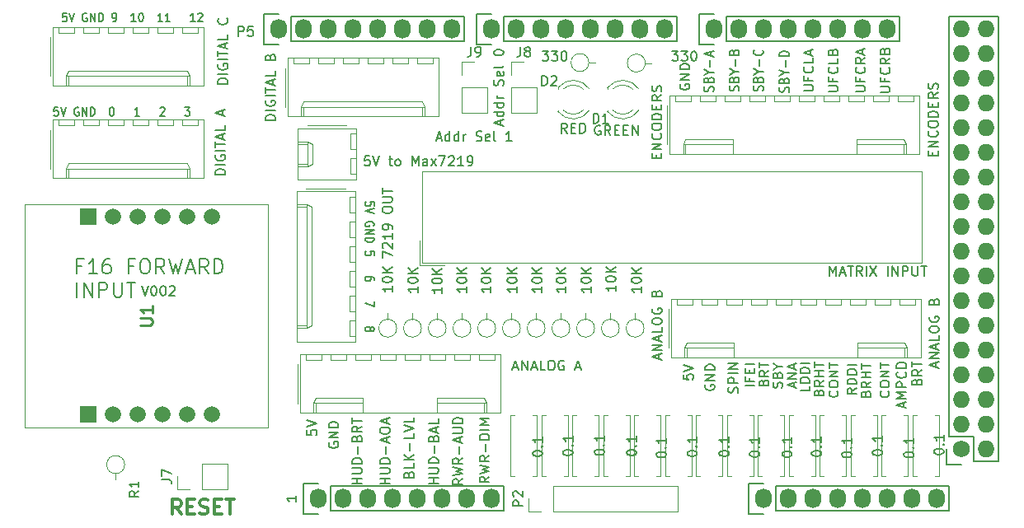
<source format=gbr>
G04 #@! TF.GenerationSoftware,KiCad,Pcbnew,(6.0.7-1)-1*
G04 #@! TF.CreationDate,2023-05-21T10:58:46+10:00*
G04 #@! TF.ProjectId,F16 Input Shield with Ethernet,46313620-496e-4707-9574-20536869656c,rev?*
G04 #@! TF.SameCoordinates,Original*
G04 #@! TF.FileFunction,Legend,Top*
G04 #@! TF.FilePolarity,Positive*
%FSLAX46Y46*%
G04 Gerber Fmt 4.6, Leading zero omitted, Abs format (unit mm)*
G04 Created by KiCad (PCBNEW (6.0.7-1)-1) date 2023-05-21 10:58:46*
%MOMM*%
%LPD*%
G01*
G04 APERTURE LIST*
%ADD10C,0.150000*%
%ADD11C,0.300000*%
%ADD12C,0.254000*%
%ADD13C,0.120000*%
%ADD14C,0.100000*%
%ADD15C,1.727200*%
%ADD16O,1.727200X1.727200*%
%ADD17O,1.727200X2.032000*%
%ADD18R,1.665000X1.665000*%
%ADD19C,1.665000*%
G04 APERTURE END LIST*
D10*
X132412200Y-113332714D02*
X132364580Y-113427952D01*
X132364580Y-113570809D01*
X132412200Y-113713666D01*
X132507438Y-113808904D01*
X132602676Y-113856523D01*
X132793152Y-113904142D01*
X132936009Y-113904142D01*
X133126485Y-113856523D01*
X133221723Y-113808904D01*
X133316961Y-113713666D01*
X133364580Y-113570809D01*
X133364580Y-113475571D01*
X133316961Y-113332714D01*
X133269342Y-113285095D01*
X132936009Y-113285095D01*
X132936009Y-113475571D01*
X133364580Y-112856523D02*
X132364580Y-112856523D01*
X133364580Y-112285095D01*
X132364580Y-112285095D01*
X133364580Y-111808904D02*
X132364580Y-111808904D01*
X132364580Y-111570809D01*
X132412200Y-111427952D01*
X132507438Y-111332714D01*
X132602676Y-111285095D01*
X132793152Y-111237476D01*
X132936009Y-111237476D01*
X133126485Y-111285095D01*
X133221723Y-111332714D01*
X133316961Y-111427952D01*
X133364580Y-111570809D01*
X133364580Y-111808904D01*
X135777580Y-117586642D02*
X134777580Y-117586642D01*
X135253771Y-117586642D02*
X135253771Y-117015214D01*
X135777580Y-117015214D02*
X134777580Y-117015214D01*
X134777580Y-116539023D02*
X135587104Y-116539023D01*
X135682342Y-116491404D01*
X135729961Y-116443785D01*
X135777580Y-116348547D01*
X135777580Y-116158071D01*
X135729961Y-116062833D01*
X135682342Y-116015214D01*
X135587104Y-115967595D01*
X134777580Y-115967595D01*
X135777580Y-115491404D02*
X134777580Y-115491404D01*
X134777580Y-115253309D01*
X134825200Y-115110452D01*
X134920438Y-115015214D01*
X135015676Y-114967595D01*
X135206152Y-114919976D01*
X135349009Y-114919976D01*
X135539485Y-114967595D01*
X135634723Y-115015214D01*
X135729961Y-115110452D01*
X135777580Y-115253309D01*
X135777580Y-115491404D01*
X135396628Y-114491404D02*
X135396628Y-113729500D01*
X135253771Y-112919976D02*
X135301390Y-112777119D01*
X135349009Y-112729500D01*
X135444247Y-112681880D01*
X135587104Y-112681880D01*
X135682342Y-112729500D01*
X135729961Y-112777119D01*
X135777580Y-112872357D01*
X135777580Y-113253309D01*
X134777580Y-113253309D01*
X134777580Y-112919976D01*
X134825200Y-112824738D01*
X134872819Y-112777119D01*
X134968057Y-112729500D01*
X135063295Y-112729500D01*
X135158533Y-112777119D01*
X135206152Y-112824738D01*
X135253771Y-112919976D01*
X135253771Y-113253309D01*
X135777580Y-111681880D02*
X135301390Y-112015214D01*
X135777580Y-112253309D02*
X134777580Y-112253309D01*
X134777580Y-111872357D01*
X134825200Y-111777119D01*
X134872819Y-111729500D01*
X134968057Y-111681880D01*
X135110914Y-111681880D01*
X135206152Y-111729500D01*
X135253771Y-111777119D01*
X135301390Y-111872357D01*
X135301390Y-112253309D01*
X134777580Y-111396166D02*
X134777580Y-110824738D01*
X135777580Y-111110452D02*
X134777580Y-111110452D01*
X138635080Y-117586642D02*
X137635080Y-117586642D01*
X138111271Y-117586642D02*
X138111271Y-117015214D01*
X138635080Y-117015214D02*
X137635080Y-117015214D01*
X137635080Y-116539023D02*
X138444604Y-116539023D01*
X138539842Y-116491404D01*
X138587461Y-116443785D01*
X138635080Y-116348547D01*
X138635080Y-116158071D01*
X138587461Y-116062833D01*
X138539842Y-116015214D01*
X138444604Y-115967595D01*
X137635080Y-115967595D01*
X138635080Y-115491404D02*
X137635080Y-115491404D01*
X137635080Y-115253309D01*
X137682700Y-115110452D01*
X137777938Y-115015214D01*
X137873176Y-114967595D01*
X138063652Y-114919976D01*
X138206509Y-114919976D01*
X138396985Y-114967595D01*
X138492223Y-115015214D01*
X138587461Y-115110452D01*
X138635080Y-115253309D01*
X138635080Y-115491404D01*
X138254128Y-114491404D02*
X138254128Y-113729500D01*
X138349366Y-113300928D02*
X138349366Y-112824738D01*
X138635080Y-113396166D02*
X137635080Y-113062833D01*
X138635080Y-112729500D01*
X137635080Y-112205690D02*
X137635080Y-112015214D01*
X137682700Y-111919976D01*
X137777938Y-111824738D01*
X137968414Y-111777119D01*
X138301747Y-111777119D01*
X138492223Y-111824738D01*
X138587461Y-111919976D01*
X138635080Y-112015214D01*
X138635080Y-112205690D01*
X138587461Y-112300928D01*
X138492223Y-112396166D01*
X138301747Y-112443785D01*
X137968414Y-112443785D01*
X137777938Y-112396166D01*
X137682700Y-112300928D01*
X137635080Y-112205690D01*
X138349366Y-111396166D02*
X138349366Y-110919976D01*
X138635080Y-111491404D02*
X137635080Y-111158071D01*
X138635080Y-110824738D01*
X140587771Y-116618380D02*
X140635390Y-116475523D01*
X140683009Y-116427904D01*
X140778247Y-116380285D01*
X140921104Y-116380285D01*
X141016342Y-116427904D01*
X141063961Y-116475523D01*
X141111580Y-116570761D01*
X141111580Y-116951714D01*
X140111580Y-116951714D01*
X140111580Y-116618380D01*
X140159200Y-116523142D01*
X140206819Y-116475523D01*
X140302057Y-116427904D01*
X140397295Y-116427904D01*
X140492533Y-116475523D01*
X140540152Y-116523142D01*
X140587771Y-116618380D01*
X140587771Y-116951714D01*
X141111580Y-115475523D02*
X141111580Y-115951714D01*
X140111580Y-115951714D01*
X141111580Y-115142190D02*
X140111580Y-115142190D01*
X141111580Y-114570761D02*
X140540152Y-114999333D01*
X140111580Y-114570761D02*
X140683009Y-115142190D01*
X140730628Y-114142190D02*
X140730628Y-113380285D01*
X141111580Y-112427904D02*
X141111580Y-112904095D01*
X140111580Y-112904095D01*
X140111580Y-112237428D02*
X141111580Y-111904095D01*
X140111580Y-111570761D01*
X141111580Y-110761238D02*
X141111580Y-111237428D01*
X140111580Y-111237428D01*
X146128080Y-117078690D02*
X145651890Y-117412023D01*
X146128080Y-117650119D02*
X145128080Y-117650119D01*
X145128080Y-117269166D01*
X145175700Y-117173928D01*
X145223319Y-117126309D01*
X145318557Y-117078690D01*
X145461414Y-117078690D01*
X145556652Y-117126309D01*
X145604271Y-117173928D01*
X145651890Y-117269166D01*
X145651890Y-117650119D01*
X145128080Y-116745357D02*
X146128080Y-116507261D01*
X145413795Y-116316785D01*
X146128080Y-116126309D01*
X145128080Y-115888214D01*
X146128080Y-114935833D02*
X145651890Y-115269166D01*
X146128080Y-115507261D02*
X145128080Y-115507261D01*
X145128080Y-115126309D01*
X145175700Y-115031071D01*
X145223319Y-114983452D01*
X145318557Y-114935833D01*
X145461414Y-114935833D01*
X145556652Y-114983452D01*
X145604271Y-115031071D01*
X145651890Y-115126309D01*
X145651890Y-115507261D01*
X145747128Y-114507261D02*
X145747128Y-113745357D01*
X145842366Y-113316785D02*
X145842366Y-112840595D01*
X146128080Y-113412023D02*
X145128080Y-113078690D01*
X146128080Y-112745357D01*
X145128080Y-112412023D02*
X145937604Y-112412023D01*
X146032842Y-112364404D01*
X146080461Y-112316785D01*
X146128080Y-112221547D01*
X146128080Y-112031071D01*
X146080461Y-111935833D01*
X146032842Y-111888214D01*
X145937604Y-111840595D01*
X145128080Y-111840595D01*
X146128080Y-111364404D02*
X145128080Y-111364404D01*
X145128080Y-111126309D01*
X145175700Y-110983452D01*
X145270938Y-110888214D01*
X145366176Y-110840595D01*
X145556652Y-110792976D01*
X145699509Y-110792976D01*
X145889985Y-110840595D01*
X145985223Y-110888214D01*
X146080461Y-110983452D01*
X146128080Y-111126309D01*
X146128080Y-111364404D01*
X143651580Y-117554904D02*
X142651580Y-117554904D01*
X143127771Y-117554904D02*
X143127771Y-116983476D01*
X143651580Y-116983476D02*
X142651580Y-116983476D01*
X142651580Y-116507285D02*
X143461104Y-116507285D01*
X143556342Y-116459666D01*
X143603961Y-116412047D01*
X143651580Y-116316809D01*
X143651580Y-116126333D01*
X143603961Y-116031095D01*
X143556342Y-115983476D01*
X143461104Y-115935857D01*
X142651580Y-115935857D01*
X143651580Y-115459666D02*
X142651580Y-115459666D01*
X142651580Y-115221571D01*
X142699200Y-115078714D01*
X142794438Y-114983476D01*
X142889676Y-114935857D01*
X143080152Y-114888238D01*
X143223009Y-114888238D01*
X143413485Y-114935857D01*
X143508723Y-114983476D01*
X143603961Y-115078714D01*
X143651580Y-115221571D01*
X143651580Y-115459666D01*
X143270628Y-114459666D02*
X143270628Y-113697761D01*
X143127771Y-112888238D02*
X143175390Y-112745380D01*
X143223009Y-112697761D01*
X143318247Y-112650142D01*
X143461104Y-112650142D01*
X143556342Y-112697761D01*
X143603961Y-112745380D01*
X143651580Y-112840619D01*
X143651580Y-113221571D01*
X142651580Y-113221571D01*
X142651580Y-112888238D01*
X142699200Y-112793000D01*
X142746819Y-112745380D01*
X142842057Y-112697761D01*
X142937295Y-112697761D01*
X143032533Y-112745380D01*
X143080152Y-112793000D01*
X143127771Y-112888238D01*
X143127771Y-113221571D01*
X143365866Y-112269190D02*
X143365866Y-111793000D01*
X143651580Y-112364428D02*
X142651580Y-112031095D01*
X143651580Y-111697761D01*
X143651580Y-110888238D02*
X143651580Y-111364428D01*
X142651580Y-111364428D01*
X148858580Y-116856476D02*
X148382390Y-117189809D01*
X148858580Y-117427904D02*
X147858580Y-117427904D01*
X147858580Y-117046952D01*
X147906200Y-116951714D01*
X147953819Y-116904095D01*
X148049057Y-116856476D01*
X148191914Y-116856476D01*
X148287152Y-116904095D01*
X148334771Y-116951714D01*
X148382390Y-117046952D01*
X148382390Y-117427904D01*
X147858580Y-116523142D02*
X148858580Y-116285047D01*
X148144295Y-116094571D01*
X148858580Y-115904095D01*
X147858580Y-115666000D01*
X148858580Y-114713619D02*
X148382390Y-115046952D01*
X148858580Y-115285047D02*
X147858580Y-115285047D01*
X147858580Y-114904095D01*
X147906200Y-114808857D01*
X147953819Y-114761238D01*
X148049057Y-114713619D01*
X148191914Y-114713619D01*
X148287152Y-114761238D01*
X148334771Y-114808857D01*
X148382390Y-114904095D01*
X148382390Y-115285047D01*
X148477628Y-114285047D02*
X148477628Y-113523142D01*
X148858580Y-113046952D02*
X147858580Y-113046952D01*
X147858580Y-112808857D01*
X147906200Y-112666000D01*
X148001438Y-112570761D01*
X148096676Y-112523142D01*
X148287152Y-112475523D01*
X148430009Y-112475523D01*
X148620485Y-112523142D01*
X148715723Y-112570761D01*
X148810961Y-112666000D01*
X148858580Y-112808857D01*
X148858580Y-113046952D01*
X148858580Y-112046952D02*
X147858580Y-112046952D01*
X148858580Y-111570761D02*
X147858580Y-111570761D01*
X148572866Y-111237428D01*
X147858580Y-110904095D01*
X148858580Y-110904095D01*
X174458261Y-77201071D02*
X174505880Y-77072500D01*
X174505880Y-76858214D01*
X174458261Y-76772500D01*
X174410642Y-76729642D01*
X174315404Y-76686785D01*
X174220166Y-76686785D01*
X174124928Y-76729642D01*
X174077309Y-76772500D01*
X174029690Y-76858214D01*
X173982071Y-77029642D01*
X173934452Y-77115357D01*
X173886833Y-77158214D01*
X173791595Y-77201071D01*
X173696357Y-77201071D01*
X173601119Y-77158214D01*
X173553500Y-77115357D01*
X173505880Y-77029642D01*
X173505880Y-76815357D01*
X173553500Y-76686785D01*
X173982071Y-76001071D02*
X174029690Y-75872500D01*
X174077309Y-75829642D01*
X174172547Y-75786785D01*
X174315404Y-75786785D01*
X174410642Y-75829642D01*
X174458261Y-75872500D01*
X174505880Y-75958214D01*
X174505880Y-76301071D01*
X173505880Y-76301071D01*
X173505880Y-76001071D01*
X173553500Y-75915357D01*
X173601119Y-75872500D01*
X173696357Y-75829642D01*
X173791595Y-75829642D01*
X173886833Y-75872500D01*
X173934452Y-75915357D01*
X173982071Y-76001071D01*
X173982071Y-76301071D01*
X174029690Y-75229642D02*
X174505880Y-75229642D01*
X173505880Y-75529642D02*
X174029690Y-75229642D01*
X173505880Y-74929642D01*
X174124928Y-74629642D02*
X174124928Y-73943928D01*
X173982071Y-73215357D02*
X174029690Y-73086785D01*
X174077309Y-73043928D01*
X174172547Y-73001071D01*
X174315404Y-73001071D01*
X174410642Y-73043928D01*
X174458261Y-73086785D01*
X174505880Y-73172500D01*
X174505880Y-73515357D01*
X173505880Y-73515357D01*
X173505880Y-73215357D01*
X173553500Y-73129642D01*
X173601119Y-73086785D01*
X173696357Y-73043928D01*
X173791595Y-73043928D01*
X173886833Y-73086785D01*
X173934452Y-73129642D01*
X173982071Y-73215357D01*
X173982071Y-73515357D01*
X176934761Y-77201071D02*
X176982380Y-77072500D01*
X176982380Y-76858214D01*
X176934761Y-76772500D01*
X176887142Y-76729642D01*
X176791904Y-76686785D01*
X176696666Y-76686785D01*
X176601428Y-76729642D01*
X176553809Y-76772500D01*
X176506190Y-76858214D01*
X176458571Y-77029642D01*
X176410952Y-77115357D01*
X176363333Y-77158214D01*
X176268095Y-77201071D01*
X176172857Y-77201071D01*
X176077619Y-77158214D01*
X176030000Y-77115357D01*
X175982380Y-77029642D01*
X175982380Y-76815357D01*
X176030000Y-76686785D01*
X176458571Y-76001071D02*
X176506190Y-75872500D01*
X176553809Y-75829642D01*
X176649047Y-75786785D01*
X176791904Y-75786785D01*
X176887142Y-75829642D01*
X176934761Y-75872500D01*
X176982380Y-75958214D01*
X176982380Y-76301071D01*
X175982380Y-76301071D01*
X175982380Y-76001071D01*
X176030000Y-75915357D01*
X176077619Y-75872500D01*
X176172857Y-75829642D01*
X176268095Y-75829642D01*
X176363333Y-75872500D01*
X176410952Y-75915357D01*
X176458571Y-76001071D01*
X176458571Y-76301071D01*
X176506190Y-75229642D02*
X176982380Y-75229642D01*
X175982380Y-75529642D02*
X176506190Y-75229642D01*
X175982380Y-74929642D01*
X176601428Y-74629642D02*
X176601428Y-73943928D01*
X176887142Y-73001071D02*
X176934761Y-73043928D01*
X176982380Y-73172500D01*
X176982380Y-73258214D01*
X176934761Y-73386785D01*
X176839523Y-73472500D01*
X176744285Y-73515357D01*
X176553809Y-73558214D01*
X176410952Y-73558214D01*
X176220476Y-73515357D01*
X176125238Y-73472500D01*
X176030000Y-73386785D01*
X175982380Y-73258214D01*
X175982380Y-73172500D01*
X176030000Y-73043928D01*
X176077619Y-73001071D01*
X179601761Y-77328071D02*
X179649380Y-77199500D01*
X179649380Y-76985214D01*
X179601761Y-76899500D01*
X179554142Y-76856642D01*
X179458904Y-76813785D01*
X179363666Y-76813785D01*
X179268428Y-76856642D01*
X179220809Y-76899500D01*
X179173190Y-76985214D01*
X179125571Y-77156642D01*
X179077952Y-77242357D01*
X179030333Y-77285214D01*
X178935095Y-77328071D01*
X178839857Y-77328071D01*
X178744619Y-77285214D01*
X178697000Y-77242357D01*
X178649380Y-77156642D01*
X178649380Y-76942357D01*
X178697000Y-76813785D01*
X179125571Y-76128071D02*
X179173190Y-75999500D01*
X179220809Y-75956642D01*
X179316047Y-75913785D01*
X179458904Y-75913785D01*
X179554142Y-75956642D01*
X179601761Y-75999500D01*
X179649380Y-76085214D01*
X179649380Y-76428071D01*
X178649380Y-76428071D01*
X178649380Y-76128071D01*
X178697000Y-76042357D01*
X178744619Y-75999500D01*
X178839857Y-75956642D01*
X178935095Y-75956642D01*
X179030333Y-75999500D01*
X179077952Y-76042357D01*
X179125571Y-76128071D01*
X179125571Y-76428071D01*
X179173190Y-75356642D02*
X179649380Y-75356642D01*
X178649380Y-75656642D02*
X179173190Y-75356642D01*
X178649380Y-75056642D01*
X179268428Y-74756642D02*
X179268428Y-74070928D01*
X179649380Y-73642357D02*
X178649380Y-73642357D01*
X178649380Y-73428071D01*
X178697000Y-73299500D01*
X178792238Y-73213785D01*
X178887476Y-73170928D01*
X179077952Y-73128071D01*
X179220809Y-73128071D01*
X179411285Y-73170928D01*
X179506523Y-73213785D01*
X179601761Y-73299500D01*
X179649380Y-73428071D01*
X179649380Y-73642357D01*
X181125880Y-77197904D02*
X181935404Y-77197904D01*
X182030642Y-77150285D01*
X182078261Y-77102666D01*
X182125880Y-77007428D01*
X182125880Y-76816952D01*
X182078261Y-76721714D01*
X182030642Y-76674095D01*
X181935404Y-76626476D01*
X181125880Y-76626476D01*
X181602071Y-75816952D02*
X181602071Y-76150285D01*
X182125880Y-76150285D02*
X181125880Y-76150285D01*
X181125880Y-75674095D01*
X182030642Y-74721714D02*
X182078261Y-74769333D01*
X182125880Y-74912190D01*
X182125880Y-75007428D01*
X182078261Y-75150285D01*
X181983023Y-75245523D01*
X181887785Y-75293142D01*
X181697309Y-75340761D01*
X181554452Y-75340761D01*
X181363976Y-75293142D01*
X181268738Y-75245523D01*
X181173500Y-75150285D01*
X181125880Y-75007428D01*
X181125880Y-74912190D01*
X181173500Y-74769333D01*
X181221119Y-74721714D01*
X182125880Y-73816952D02*
X182125880Y-74293142D01*
X181125880Y-74293142D01*
X181840166Y-73531238D02*
X181840166Y-73055047D01*
X182125880Y-73626476D02*
X181125880Y-73293142D01*
X182125880Y-72959809D01*
X183665880Y-77261404D02*
X184475404Y-77261404D01*
X184570642Y-77213785D01*
X184618261Y-77166166D01*
X184665880Y-77070928D01*
X184665880Y-76880452D01*
X184618261Y-76785214D01*
X184570642Y-76737595D01*
X184475404Y-76689976D01*
X183665880Y-76689976D01*
X184142071Y-75880452D02*
X184142071Y-76213785D01*
X184665880Y-76213785D02*
X183665880Y-76213785D01*
X183665880Y-75737595D01*
X184570642Y-74785214D02*
X184618261Y-74832833D01*
X184665880Y-74975690D01*
X184665880Y-75070928D01*
X184618261Y-75213785D01*
X184523023Y-75309023D01*
X184427785Y-75356642D01*
X184237309Y-75404261D01*
X184094452Y-75404261D01*
X183903976Y-75356642D01*
X183808738Y-75309023D01*
X183713500Y-75213785D01*
X183665880Y-75070928D01*
X183665880Y-74975690D01*
X183713500Y-74832833D01*
X183761119Y-74785214D01*
X184665880Y-73880452D02*
X184665880Y-74356642D01*
X183665880Y-74356642D01*
X184142071Y-73213785D02*
X184189690Y-73070928D01*
X184237309Y-73023309D01*
X184332547Y-72975690D01*
X184475404Y-72975690D01*
X184570642Y-73023309D01*
X184618261Y-73070928D01*
X184665880Y-73166166D01*
X184665880Y-73547119D01*
X183665880Y-73547119D01*
X183665880Y-73213785D01*
X183713500Y-73118547D01*
X183761119Y-73070928D01*
X183856357Y-73023309D01*
X183951595Y-73023309D01*
X184046833Y-73070928D01*
X184094452Y-73118547D01*
X184142071Y-73213785D01*
X184142071Y-73547119D01*
X188999880Y-77324904D02*
X189809404Y-77324904D01*
X189904642Y-77277285D01*
X189952261Y-77229666D01*
X189999880Y-77134428D01*
X189999880Y-76943952D01*
X189952261Y-76848714D01*
X189904642Y-76801095D01*
X189809404Y-76753476D01*
X188999880Y-76753476D01*
X189476071Y-75943952D02*
X189476071Y-76277285D01*
X189999880Y-76277285D02*
X188999880Y-76277285D01*
X188999880Y-75801095D01*
X189904642Y-74848714D02*
X189952261Y-74896333D01*
X189999880Y-75039190D01*
X189999880Y-75134428D01*
X189952261Y-75277285D01*
X189857023Y-75372523D01*
X189761785Y-75420142D01*
X189571309Y-75467761D01*
X189428452Y-75467761D01*
X189237976Y-75420142D01*
X189142738Y-75372523D01*
X189047500Y-75277285D01*
X188999880Y-75134428D01*
X188999880Y-75039190D01*
X189047500Y-74896333D01*
X189095119Y-74848714D01*
X189999880Y-73848714D02*
X189523690Y-74182047D01*
X189999880Y-74420142D02*
X188999880Y-74420142D01*
X188999880Y-74039190D01*
X189047500Y-73943952D01*
X189095119Y-73896333D01*
X189190357Y-73848714D01*
X189333214Y-73848714D01*
X189428452Y-73896333D01*
X189476071Y-73943952D01*
X189523690Y-74039190D01*
X189523690Y-74420142D01*
X189476071Y-73086809D02*
X189523690Y-72943952D01*
X189571309Y-72896333D01*
X189666547Y-72848714D01*
X189809404Y-72848714D01*
X189904642Y-72896333D01*
X189952261Y-72943952D01*
X189999880Y-73039190D01*
X189999880Y-73420142D01*
X188999880Y-73420142D01*
X188999880Y-73086809D01*
X189047500Y-72991571D01*
X189095119Y-72943952D01*
X189190357Y-72896333D01*
X189285595Y-72896333D01*
X189380833Y-72943952D01*
X189428452Y-72991571D01*
X189476071Y-73086809D01*
X189476071Y-73420142D01*
X186459880Y-77261404D02*
X187269404Y-77261404D01*
X187364642Y-77213785D01*
X187412261Y-77166166D01*
X187459880Y-77070928D01*
X187459880Y-76880452D01*
X187412261Y-76785214D01*
X187364642Y-76737595D01*
X187269404Y-76689976D01*
X186459880Y-76689976D01*
X186936071Y-75880452D02*
X186936071Y-76213785D01*
X187459880Y-76213785D02*
X186459880Y-76213785D01*
X186459880Y-75737595D01*
X187364642Y-74785214D02*
X187412261Y-74832833D01*
X187459880Y-74975690D01*
X187459880Y-75070928D01*
X187412261Y-75213785D01*
X187317023Y-75309023D01*
X187221785Y-75356642D01*
X187031309Y-75404261D01*
X186888452Y-75404261D01*
X186697976Y-75356642D01*
X186602738Y-75309023D01*
X186507500Y-75213785D01*
X186459880Y-75070928D01*
X186459880Y-74975690D01*
X186507500Y-74832833D01*
X186555119Y-74785214D01*
X187459880Y-73785214D02*
X186983690Y-74118547D01*
X187459880Y-74356642D02*
X186459880Y-74356642D01*
X186459880Y-73975690D01*
X186507500Y-73880452D01*
X186555119Y-73832833D01*
X186650357Y-73785214D01*
X186793214Y-73785214D01*
X186888452Y-73832833D01*
X186936071Y-73880452D01*
X186983690Y-73975690D01*
X186983690Y-74356642D01*
X187174166Y-73404261D02*
X187174166Y-72928071D01*
X187459880Y-73499500D02*
X186459880Y-73166166D01*
X187459880Y-72832833D01*
X168794180Y-106361538D02*
X168794180Y-106837728D01*
X169270371Y-106885347D01*
X169222752Y-106837728D01*
X169175133Y-106742490D01*
X169175133Y-106504395D01*
X169222752Y-106409157D01*
X169270371Y-106361538D01*
X169365609Y-106313919D01*
X169603704Y-106313919D01*
X169698942Y-106361538D01*
X169746561Y-106409157D01*
X169794180Y-106504395D01*
X169794180Y-106742490D01*
X169746561Y-106837728D01*
X169698942Y-106885347D01*
X168794180Y-106028204D02*
X169794180Y-105694871D01*
X168794180Y-105361538D01*
X171064300Y-107425014D02*
X171016680Y-107520252D01*
X171016680Y-107663109D01*
X171064300Y-107805966D01*
X171159538Y-107901204D01*
X171254776Y-107948823D01*
X171445252Y-107996442D01*
X171588109Y-107996442D01*
X171778585Y-107948823D01*
X171873823Y-107901204D01*
X171969061Y-107805966D01*
X172016680Y-107663109D01*
X172016680Y-107567871D01*
X171969061Y-107425014D01*
X171921442Y-107377395D01*
X171588109Y-107377395D01*
X171588109Y-107567871D01*
X172016680Y-106948823D02*
X171016680Y-106948823D01*
X172016680Y-106377395D01*
X171016680Y-106377395D01*
X172016680Y-105901204D02*
X171016680Y-105901204D01*
X171016680Y-105663109D01*
X171064300Y-105520252D01*
X171159538Y-105425014D01*
X171254776Y-105377395D01*
X171445252Y-105329776D01*
X171588109Y-105329776D01*
X171778585Y-105377395D01*
X171873823Y-105425014D01*
X171969061Y-105520252D01*
X172016680Y-105663109D01*
X172016680Y-105901204D01*
X174356661Y-108233623D02*
X174404280Y-108090766D01*
X174404280Y-107852671D01*
X174356661Y-107757433D01*
X174309042Y-107709814D01*
X174213804Y-107662195D01*
X174118566Y-107662195D01*
X174023328Y-107709814D01*
X173975709Y-107757433D01*
X173928090Y-107852671D01*
X173880471Y-108043147D01*
X173832852Y-108138385D01*
X173785233Y-108186004D01*
X173689995Y-108233623D01*
X173594757Y-108233623D01*
X173499519Y-108186004D01*
X173451900Y-108138385D01*
X173404280Y-108043147D01*
X173404280Y-107805052D01*
X173451900Y-107662195D01*
X174404280Y-107233623D02*
X173404280Y-107233623D01*
X173404280Y-106852671D01*
X173451900Y-106757433D01*
X173499519Y-106709814D01*
X173594757Y-106662195D01*
X173737614Y-106662195D01*
X173832852Y-106709814D01*
X173880471Y-106757433D01*
X173928090Y-106852671D01*
X173928090Y-107233623D01*
X174404280Y-106233623D02*
X173404280Y-106233623D01*
X174404280Y-105757433D02*
X173404280Y-105757433D01*
X174404280Y-105186004D01*
X173404280Y-105186004D01*
X176072942Y-107525604D02*
X175172942Y-107525604D01*
X175601514Y-106716080D02*
X175601514Y-107049414D01*
X176072942Y-107049414D02*
X175172942Y-107049414D01*
X175172942Y-106573223D01*
X175601514Y-106192271D02*
X175601514Y-105858938D01*
X176072942Y-105716080D02*
X176072942Y-106192271D01*
X175172942Y-106192271D01*
X175172942Y-105716080D01*
X176072942Y-105287509D02*
X175172942Y-105287509D01*
X177050514Y-107192271D02*
X177093371Y-107049414D01*
X177136228Y-107001795D01*
X177221942Y-106954176D01*
X177350514Y-106954176D01*
X177436228Y-107001795D01*
X177479085Y-107049414D01*
X177521942Y-107144652D01*
X177521942Y-107525604D01*
X176621942Y-107525604D01*
X176621942Y-107192271D01*
X176664800Y-107097033D01*
X176707657Y-107049414D01*
X176793371Y-107001795D01*
X176879085Y-107001795D01*
X176964800Y-107049414D01*
X177007657Y-107097033D01*
X177050514Y-107192271D01*
X177050514Y-107525604D01*
X177521942Y-105954176D02*
X177093371Y-106287509D01*
X177521942Y-106525604D02*
X176621942Y-106525604D01*
X176621942Y-106144652D01*
X176664800Y-106049414D01*
X176707657Y-106001795D01*
X176793371Y-105954176D01*
X176921942Y-105954176D01*
X177007657Y-106001795D01*
X177050514Y-106049414D01*
X177093371Y-106144652D01*
X177093371Y-106525604D01*
X176621942Y-105668461D02*
X176621942Y-105097033D01*
X177521942Y-105382747D02*
X176621942Y-105382747D01*
X178874885Y-107732947D02*
X178917742Y-107590090D01*
X178917742Y-107351995D01*
X178874885Y-107256757D01*
X178832028Y-107209138D01*
X178746314Y-107161519D01*
X178660600Y-107161519D01*
X178574885Y-107209138D01*
X178532028Y-107256757D01*
X178489171Y-107351995D01*
X178446314Y-107542471D01*
X178403457Y-107637709D01*
X178360600Y-107685328D01*
X178274885Y-107732947D01*
X178189171Y-107732947D01*
X178103457Y-107685328D01*
X178060600Y-107637709D01*
X178017742Y-107542471D01*
X178017742Y-107304376D01*
X178060600Y-107161519D01*
X178446314Y-106399614D02*
X178489171Y-106256757D01*
X178532028Y-106209138D01*
X178617742Y-106161519D01*
X178746314Y-106161519D01*
X178832028Y-106209138D01*
X178874885Y-106256757D01*
X178917742Y-106351995D01*
X178917742Y-106732947D01*
X178017742Y-106732947D01*
X178017742Y-106399614D01*
X178060600Y-106304376D01*
X178103457Y-106256757D01*
X178189171Y-106209138D01*
X178274885Y-106209138D01*
X178360600Y-106256757D01*
X178403457Y-106304376D01*
X178446314Y-106399614D01*
X178446314Y-106732947D01*
X178489171Y-105542471D02*
X178917742Y-105542471D01*
X178017742Y-105875804D02*
X178489171Y-105542471D01*
X178017742Y-105209138D01*
X180109600Y-107685328D02*
X180109600Y-107209138D01*
X180366742Y-107780566D02*
X179466742Y-107447233D01*
X180366742Y-107113900D01*
X180366742Y-106780566D02*
X179466742Y-106780566D01*
X180366742Y-106209138D01*
X179466742Y-106209138D01*
X180109600Y-105780566D02*
X180109600Y-105304376D01*
X180366742Y-105875804D02*
X179466742Y-105542471D01*
X180366742Y-105209138D01*
X181711742Y-107532928D02*
X181711742Y-108009119D01*
X180811742Y-108009119D01*
X181711742Y-107199595D02*
X180811742Y-107199595D01*
X180811742Y-106961500D01*
X180854600Y-106818642D01*
X180940314Y-106723404D01*
X181026028Y-106675785D01*
X181197457Y-106628166D01*
X181326028Y-106628166D01*
X181497457Y-106675785D01*
X181583171Y-106723404D01*
X181668885Y-106818642D01*
X181711742Y-106961500D01*
X181711742Y-107199595D01*
X181711742Y-106199595D02*
X180811742Y-106199595D01*
X180811742Y-105961500D01*
X180854600Y-105818642D01*
X180940314Y-105723404D01*
X181026028Y-105675785D01*
X181197457Y-105628166D01*
X181326028Y-105628166D01*
X181497457Y-105675785D01*
X181583171Y-105723404D01*
X181668885Y-105818642D01*
X181711742Y-105961500D01*
X181711742Y-106199595D01*
X181711742Y-105199595D02*
X180811742Y-105199595D01*
X182689314Y-108199595D02*
X182732171Y-108056738D01*
X182775028Y-108009119D01*
X182860742Y-107961500D01*
X182989314Y-107961500D01*
X183075028Y-108009119D01*
X183117885Y-108056738D01*
X183160742Y-108151976D01*
X183160742Y-108532928D01*
X182260742Y-108532928D01*
X182260742Y-108199595D01*
X182303600Y-108104357D01*
X182346457Y-108056738D01*
X182432171Y-108009119D01*
X182517885Y-108009119D01*
X182603600Y-108056738D01*
X182646457Y-108104357D01*
X182689314Y-108199595D01*
X182689314Y-108532928D01*
X183160742Y-106961500D02*
X182732171Y-107294833D01*
X183160742Y-107532928D02*
X182260742Y-107532928D01*
X182260742Y-107151976D01*
X182303600Y-107056738D01*
X182346457Y-107009119D01*
X182432171Y-106961500D01*
X182560742Y-106961500D01*
X182646457Y-107009119D01*
X182689314Y-107056738D01*
X182732171Y-107151976D01*
X182732171Y-107532928D01*
X183160742Y-106532928D02*
X182260742Y-106532928D01*
X182689314Y-106532928D02*
X182689314Y-105961500D01*
X183160742Y-105961500D02*
X182260742Y-105961500D01*
X182260742Y-105628166D02*
X182260742Y-105056738D01*
X183160742Y-105342452D02*
X182260742Y-105342452D01*
X184585728Y-108059919D02*
X184628585Y-108107538D01*
X184671442Y-108250395D01*
X184671442Y-108345633D01*
X184628585Y-108488490D01*
X184542871Y-108583728D01*
X184457157Y-108631347D01*
X184285728Y-108678966D01*
X184157157Y-108678966D01*
X183985728Y-108631347D01*
X183900014Y-108583728D01*
X183814300Y-108488490D01*
X183771442Y-108345633D01*
X183771442Y-108250395D01*
X183814300Y-108107538D01*
X183857157Y-108059919D01*
X183771442Y-107440871D02*
X183771442Y-107250395D01*
X183814300Y-107155157D01*
X183900014Y-107059919D01*
X184071442Y-107012300D01*
X184371442Y-107012300D01*
X184542871Y-107059919D01*
X184628585Y-107155157D01*
X184671442Y-107250395D01*
X184671442Y-107440871D01*
X184628585Y-107536109D01*
X184542871Y-107631347D01*
X184371442Y-107678966D01*
X184071442Y-107678966D01*
X183900014Y-107631347D01*
X183814300Y-107536109D01*
X183771442Y-107440871D01*
X184671442Y-106583728D02*
X183771442Y-106583728D01*
X184671442Y-106012300D01*
X183771442Y-106012300D01*
X183771442Y-105678966D02*
X183771442Y-105107538D01*
X184671442Y-105393252D02*
X183771442Y-105393252D01*
X189818128Y-108071776D02*
X189860985Y-108119395D01*
X189903842Y-108262252D01*
X189903842Y-108357490D01*
X189860985Y-108500347D01*
X189775271Y-108595585D01*
X189689557Y-108643204D01*
X189518128Y-108690823D01*
X189389557Y-108690823D01*
X189218128Y-108643204D01*
X189132414Y-108595585D01*
X189046700Y-108500347D01*
X189003842Y-108357490D01*
X189003842Y-108262252D01*
X189046700Y-108119395D01*
X189089557Y-108071776D01*
X189003842Y-107452728D02*
X189003842Y-107262252D01*
X189046700Y-107167014D01*
X189132414Y-107071776D01*
X189303842Y-107024157D01*
X189603842Y-107024157D01*
X189775271Y-107071776D01*
X189860985Y-107167014D01*
X189903842Y-107262252D01*
X189903842Y-107452728D01*
X189860985Y-107547966D01*
X189775271Y-107643204D01*
X189603842Y-107690823D01*
X189303842Y-107690823D01*
X189132414Y-107643204D01*
X189046700Y-107547966D01*
X189003842Y-107452728D01*
X189903842Y-106595585D02*
X189003842Y-106595585D01*
X189903842Y-106024157D01*
X189003842Y-106024157D01*
X189003842Y-105690823D02*
X189003842Y-105119395D01*
X189903842Y-105405109D02*
X189003842Y-105405109D01*
X186537742Y-107780566D02*
X186109171Y-108113900D01*
X186537742Y-108351995D02*
X185637742Y-108351995D01*
X185637742Y-107971042D01*
X185680600Y-107875804D01*
X185723457Y-107828185D01*
X185809171Y-107780566D01*
X185937742Y-107780566D01*
X186023457Y-107828185D01*
X186066314Y-107875804D01*
X186109171Y-107971042D01*
X186109171Y-108351995D01*
X186537742Y-107351995D02*
X185637742Y-107351995D01*
X185637742Y-107113900D01*
X185680600Y-106971042D01*
X185766314Y-106875804D01*
X185852028Y-106828185D01*
X186023457Y-106780566D01*
X186152028Y-106780566D01*
X186323457Y-106828185D01*
X186409171Y-106875804D01*
X186494885Y-106971042D01*
X186537742Y-107113900D01*
X186537742Y-107351995D01*
X186537742Y-106351995D02*
X185637742Y-106351995D01*
X185637742Y-106113900D01*
X185680600Y-105971042D01*
X185766314Y-105875804D01*
X185852028Y-105828185D01*
X186023457Y-105780566D01*
X186152028Y-105780566D01*
X186323457Y-105828185D01*
X186409171Y-105875804D01*
X186494885Y-105971042D01*
X186537742Y-106113900D01*
X186537742Y-106351995D01*
X186537742Y-105351995D02*
X185637742Y-105351995D01*
X187515314Y-108351995D02*
X187558171Y-108209138D01*
X187601028Y-108161519D01*
X187686742Y-108113900D01*
X187815314Y-108113900D01*
X187901028Y-108161519D01*
X187943885Y-108209138D01*
X187986742Y-108304376D01*
X187986742Y-108685328D01*
X187086742Y-108685328D01*
X187086742Y-108351995D01*
X187129600Y-108256757D01*
X187172457Y-108209138D01*
X187258171Y-108161519D01*
X187343885Y-108161519D01*
X187429600Y-108209138D01*
X187472457Y-108256757D01*
X187515314Y-108351995D01*
X187515314Y-108685328D01*
X187986742Y-107113900D02*
X187558171Y-107447233D01*
X187986742Y-107685328D02*
X187086742Y-107685328D01*
X187086742Y-107304376D01*
X187129600Y-107209138D01*
X187172457Y-107161519D01*
X187258171Y-107113900D01*
X187386742Y-107113900D01*
X187472457Y-107161519D01*
X187515314Y-107209138D01*
X187558171Y-107304376D01*
X187558171Y-107685328D01*
X187986742Y-106685328D02*
X187086742Y-106685328D01*
X187515314Y-106685328D02*
X187515314Y-106113900D01*
X187986742Y-106113900D02*
X187086742Y-106113900D01*
X187086742Y-105780566D02*
X187086742Y-105209138D01*
X187986742Y-105494852D02*
X187086742Y-105494852D01*
X191398366Y-109720223D02*
X191398366Y-109244033D01*
X191684080Y-109815461D02*
X190684080Y-109482128D01*
X191684080Y-109148795D01*
X191684080Y-108815461D02*
X190684080Y-108815461D01*
X191398366Y-108482128D01*
X190684080Y-108148795D01*
X191684080Y-108148795D01*
X191684080Y-107672604D02*
X190684080Y-107672604D01*
X190684080Y-107291652D01*
X190731700Y-107196414D01*
X190779319Y-107148795D01*
X190874557Y-107101176D01*
X191017414Y-107101176D01*
X191112652Y-107148795D01*
X191160271Y-107196414D01*
X191207890Y-107291652D01*
X191207890Y-107672604D01*
X191588842Y-106101176D02*
X191636461Y-106148795D01*
X191684080Y-106291652D01*
X191684080Y-106386890D01*
X191636461Y-106529747D01*
X191541223Y-106624985D01*
X191445985Y-106672604D01*
X191255509Y-106720223D01*
X191112652Y-106720223D01*
X190922176Y-106672604D01*
X190826938Y-106624985D01*
X190731700Y-106529747D01*
X190684080Y-106386890D01*
X190684080Y-106291652D01*
X190731700Y-106148795D01*
X190779319Y-106101176D01*
X191684080Y-105672604D02*
X190684080Y-105672604D01*
X190684080Y-105434509D01*
X190731700Y-105291652D01*
X190826938Y-105196414D01*
X190922176Y-105148795D01*
X191112652Y-105101176D01*
X191255509Y-105101176D01*
X191445985Y-105148795D01*
X191541223Y-105196414D01*
X191636461Y-105291652D01*
X191684080Y-105434509D01*
X191684080Y-105672604D01*
X192770271Y-107101176D02*
X192817890Y-106958319D01*
X192865509Y-106910700D01*
X192960747Y-106863080D01*
X193103604Y-106863080D01*
X193198842Y-106910700D01*
X193246461Y-106958319D01*
X193294080Y-107053557D01*
X193294080Y-107434509D01*
X192294080Y-107434509D01*
X192294080Y-107101176D01*
X192341700Y-107005938D01*
X192389319Y-106958319D01*
X192484557Y-106910700D01*
X192579795Y-106910700D01*
X192675033Y-106958319D01*
X192722652Y-107005938D01*
X192770271Y-107101176D01*
X192770271Y-107434509D01*
X193294080Y-105863080D02*
X192817890Y-106196414D01*
X193294080Y-106434509D02*
X192294080Y-106434509D01*
X192294080Y-106053557D01*
X192341700Y-105958319D01*
X192389319Y-105910700D01*
X192484557Y-105863080D01*
X192627414Y-105863080D01*
X192722652Y-105910700D01*
X192770271Y-105958319D01*
X192817890Y-106053557D01*
X192817890Y-106434509D01*
X192294080Y-105577366D02*
X192294080Y-105005938D01*
X193294080Y-105291652D02*
X192294080Y-105291652D01*
X137017857Y-89002380D02*
X137017857Y-88621428D01*
X136589285Y-88583333D01*
X136632142Y-88621428D01*
X136675000Y-88697619D01*
X136675000Y-88888095D01*
X136632142Y-88964285D01*
X136589285Y-89002380D01*
X136503571Y-89040476D01*
X136289285Y-89040476D01*
X136203571Y-89002380D01*
X136160714Y-88964285D01*
X136117857Y-88888095D01*
X136117857Y-88697619D01*
X136160714Y-88621428D01*
X136203571Y-88583333D01*
X137017857Y-89269047D02*
X136117857Y-89535714D01*
X137017857Y-89802380D01*
X136975000Y-91097619D02*
X137017857Y-91021428D01*
X137017857Y-90907142D01*
X136975000Y-90792857D01*
X136889285Y-90716666D01*
X136803571Y-90678571D01*
X136632142Y-90640476D01*
X136503571Y-90640476D01*
X136332142Y-90678571D01*
X136246428Y-90716666D01*
X136160714Y-90792857D01*
X136117857Y-90907142D01*
X136117857Y-90983333D01*
X136160714Y-91097619D01*
X136203571Y-91135714D01*
X136503571Y-91135714D01*
X136503571Y-90983333D01*
X136117857Y-91478571D02*
X137017857Y-91478571D01*
X136117857Y-91935714D01*
X137017857Y-91935714D01*
X136117857Y-92316666D02*
X137017857Y-92316666D01*
X137017857Y-92507142D01*
X136975000Y-92621428D01*
X136889285Y-92697619D01*
X136803571Y-92735714D01*
X136632142Y-92773809D01*
X136503571Y-92773809D01*
X136332142Y-92735714D01*
X136246428Y-92697619D01*
X136160714Y-92621428D01*
X136117857Y-92507142D01*
X136117857Y-92316666D01*
X137017857Y-94107142D02*
X137017857Y-93726190D01*
X136589285Y-93688095D01*
X136632142Y-93726190D01*
X136675000Y-93802380D01*
X136675000Y-93992857D01*
X136632142Y-94069047D01*
X136589285Y-94107142D01*
X136503571Y-94145238D01*
X136289285Y-94145238D01*
X136203571Y-94107142D01*
X136160714Y-94069047D01*
X136117857Y-93992857D01*
X136117857Y-93802380D01*
X136160714Y-93726190D01*
X136203571Y-93688095D01*
X137017857Y-96659523D02*
X137017857Y-96507142D01*
X136975000Y-96430952D01*
X136932142Y-96392857D01*
X136803571Y-96316666D01*
X136632142Y-96278571D01*
X136289285Y-96278571D01*
X136203571Y-96316666D01*
X136160714Y-96354761D01*
X136117857Y-96430952D01*
X136117857Y-96583333D01*
X136160714Y-96659523D01*
X136203571Y-96697619D01*
X136289285Y-96735714D01*
X136503571Y-96735714D01*
X136589285Y-96697619D01*
X136632142Y-96659523D01*
X136675000Y-96583333D01*
X136675000Y-96430952D01*
X136632142Y-96354761D01*
X136589285Y-96316666D01*
X136503571Y-96278571D01*
X137017857Y-98830952D02*
X137017857Y-99364285D01*
X136117857Y-99021428D01*
X136632142Y-101611904D02*
X136675000Y-101535714D01*
X136717857Y-101497619D01*
X136803571Y-101459523D01*
X136846428Y-101459523D01*
X136932142Y-101497619D01*
X136975000Y-101535714D01*
X137017857Y-101611904D01*
X137017857Y-101764285D01*
X136975000Y-101840476D01*
X136932142Y-101878571D01*
X136846428Y-101916666D01*
X136803571Y-101916666D01*
X136717857Y-101878571D01*
X136675000Y-101840476D01*
X136632142Y-101764285D01*
X136632142Y-101611904D01*
X136589285Y-101535714D01*
X136546428Y-101497619D01*
X136460714Y-101459523D01*
X136289285Y-101459523D01*
X136203571Y-101497619D01*
X136160714Y-101535714D01*
X136117857Y-101611904D01*
X136117857Y-101764285D01*
X136160714Y-101840476D01*
X136203571Y-101878571D01*
X136289285Y-101916666D01*
X136460714Y-101916666D01*
X136546428Y-101878571D01*
X136589285Y-101840476D01*
X136632142Y-101764285D01*
X105436247Y-69199342D02*
X105055295Y-69199342D01*
X105017200Y-69627914D01*
X105055295Y-69585057D01*
X105131485Y-69542200D01*
X105321961Y-69542200D01*
X105398152Y-69585057D01*
X105436247Y-69627914D01*
X105474342Y-69713628D01*
X105474342Y-69927914D01*
X105436247Y-70013628D01*
X105398152Y-70056485D01*
X105321961Y-70099342D01*
X105131485Y-70099342D01*
X105055295Y-70056485D01*
X105017200Y-70013628D01*
X105702914Y-69199342D02*
X105969580Y-70099342D01*
X106236247Y-69199342D01*
X107531485Y-69242200D02*
X107455295Y-69199342D01*
X107341009Y-69199342D01*
X107226723Y-69242200D01*
X107150533Y-69327914D01*
X107112438Y-69413628D01*
X107074342Y-69585057D01*
X107074342Y-69713628D01*
X107112438Y-69885057D01*
X107150533Y-69970771D01*
X107226723Y-70056485D01*
X107341009Y-70099342D01*
X107417200Y-70099342D01*
X107531485Y-70056485D01*
X107569580Y-70013628D01*
X107569580Y-69713628D01*
X107417200Y-69713628D01*
X107912438Y-70099342D02*
X107912438Y-69199342D01*
X108369580Y-70099342D01*
X108369580Y-69199342D01*
X108750533Y-70099342D02*
X108750533Y-69199342D01*
X108941009Y-69199342D01*
X109055295Y-69242200D01*
X109131485Y-69327914D01*
X109169580Y-69413628D01*
X109207676Y-69585057D01*
X109207676Y-69713628D01*
X109169580Y-69885057D01*
X109131485Y-69970771D01*
X109055295Y-70056485D01*
X108941009Y-70099342D01*
X108750533Y-70099342D01*
X110198152Y-70099342D02*
X110350533Y-70099342D01*
X110426723Y-70056485D01*
X110464819Y-70013628D01*
X110541009Y-69885057D01*
X110579104Y-69713628D01*
X110579104Y-69370771D01*
X110541009Y-69285057D01*
X110502914Y-69242200D01*
X110426723Y-69199342D01*
X110274342Y-69199342D01*
X110198152Y-69242200D01*
X110160057Y-69285057D01*
X110121961Y-69370771D01*
X110121961Y-69585057D01*
X110160057Y-69670771D01*
X110198152Y-69713628D01*
X110274342Y-69756485D01*
X110426723Y-69756485D01*
X110502914Y-69713628D01*
X110541009Y-69670771D01*
X110579104Y-69585057D01*
X112560057Y-70099342D02*
X112102914Y-70099342D01*
X112331485Y-70099342D02*
X112331485Y-69199342D01*
X112255295Y-69327914D01*
X112179104Y-69413628D01*
X112102914Y-69456485D01*
X113055295Y-69199342D02*
X113131485Y-69199342D01*
X113207676Y-69242200D01*
X113245771Y-69285057D01*
X113283866Y-69370771D01*
X113321961Y-69542200D01*
X113321961Y-69756485D01*
X113283866Y-69927914D01*
X113245771Y-70013628D01*
X113207676Y-70056485D01*
X113131485Y-70099342D01*
X113055295Y-70099342D01*
X112979104Y-70056485D01*
X112941009Y-70013628D01*
X112902914Y-69927914D01*
X112864819Y-69756485D01*
X112864819Y-69542200D01*
X112902914Y-69370771D01*
X112941009Y-69285057D01*
X112979104Y-69242200D01*
X113055295Y-69199342D01*
X115302914Y-70099342D02*
X114845771Y-70099342D01*
X115074342Y-70099342D02*
X115074342Y-69199342D01*
X114998152Y-69327914D01*
X114921961Y-69413628D01*
X114845771Y-69456485D01*
X116064819Y-70099342D02*
X115607676Y-70099342D01*
X115836247Y-70099342D02*
X115836247Y-69199342D01*
X115760057Y-69327914D01*
X115683866Y-69413628D01*
X115607676Y-69456485D01*
X118655295Y-70099342D02*
X118198152Y-70099342D01*
X118426723Y-70099342D02*
X118426723Y-69199342D01*
X118350533Y-69327914D01*
X118274342Y-69413628D01*
X118198152Y-69456485D01*
X118960057Y-69285057D02*
X118998152Y-69242200D01*
X119074342Y-69199342D01*
X119264819Y-69199342D01*
X119341009Y-69242200D01*
X119379104Y-69285057D01*
X119417200Y-69370771D01*
X119417200Y-69456485D01*
X119379104Y-69585057D01*
X118921961Y-70099342D01*
X119417200Y-70099342D01*
X113173095Y-97242380D02*
X113506428Y-98242380D01*
X113839761Y-97242380D01*
X114363571Y-97242380D02*
X114458809Y-97242380D01*
X114554047Y-97290000D01*
X114601666Y-97337619D01*
X114649285Y-97432857D01*
X114696904Y-97623333D01*
X114696904Y-97861428D01*
X114649285Y-98051904D01*
X114601666Y-98147142D01*
X114554047Y-98194761D01*
X114458809Y-98242380D01*
X114363571Y-98242380D01*
X114268333Y-98194761D01*
X114220714Y-98147142D01*
X114173095Y-98051904D01*
X114125476Y-97861428D01*
X114125476Y-97623333D01*
X114173095Y-97432857D01*
X114220714Y-97337619D01*
X114268333Y-97290000D01*
X114363571Y-97242380D01*
X115315952Y-97242380D02*
X115411190Y-97242380D01*
X115506428Y-97290000D01*
X115554047Y-97337619D01*
X115601666Y-97432857D01*
X115649285Y-97623333D01*
X115649285Y-97861428D01*
X115601666Y-98051904D01*
X115554047Y-98147142D01*
X115506428Y-98194761D01*
X115411190Y-98242380D01*
X115315952Y-98242380D01*
X115220714Y-98194761D01*
X115173095Y-98147142D01*
X115125476Y-98051904D01*
X115077857Y-97861428D01*
X115077857Y-97623333D01*
X115125476Y-97432857D01*
X115173095Y-97337619D01*
X115220714Y-97290000D01*
X115315952Y-97242380D01*
X116030238Y-97337619D02*
X116077857Y-97290000D01*
X116173095Y-97242380D01*
X116411190Y-97242380D01*
X116506428Y-97290000D01*
X116554047Y-97337619D01*
X116601666Y-97432857D01*
X116601666Y-97528095D01*
X116554047Y-97670952D01*
X115982619Y-98242380D01*
X116601666Y-98242380D01*
X194743366Y-105620800D02*
X194743366Y-105144609D01*
X195029080Y-105716038D02*
X194029080Y-105382704D01*
X195029080Y-105049371D01*
X195029080Y-104716038D02*
X194029080Y-104716038D01*
X195029080Y-104144609D01*
X194029080Y-104144609D01*
X194743366Y-103716038D02*
X194743366Y-103239847D01*
X195029080Y-103811276D02*
X194029080Y-103477942D01*
X195029080Y-103144609D01*
X195029080Y-102335085D02*
X195029080Y-102811276D01*
X194029080Y-102811276D01*
X194029080Y-101811276D02*
X194029080Y-101620800D01*
X194076700Y-101525561D01*
X194171938Y-101430323D01*
X194362414Y-101382704D01*
X194695747Y-101382704D01*
X194886223Y-101430323D01*
X194981461Y-101525561D01*
X195029080Y-101620800D01*
X195029080Y-101811276D01*
X194981461Y-101906514D01*
X194886223Y-102001752D01*
X194695747Y-102049371D01*
X194362414Y-102049371D01*
X194171938Y-102001752D01*
X194076700Y-101906514D01*
X194029080Y-101811276D01*
X194076700Y-100430323D02*
X194029080Y-100525561D01*
X194029080Y-100668419D01*
X194076700Y-100811276D01*
X194171938Y-100906514D01*
X194267176Y-100954133D01*
X194457652Y-101001752D01*
X194600509Y-101001752D01*
X194790985Y-100954133D01*
X194886223Y-100906514D01*
X194981461Y-100811276D01*
X195029080Y-100668419D01*
X195029080Y-100573180D01*
X194981461Y-100430323D01*
X194933842Y-100382704D01*
X194600509Y-100382704D01*
X194600509Y-100573180D01*
X194505271Y-98858895D02*
X194552890Y-98716038D01*
X194600509Y-98668419D01*
X194695747Y-98620800D01*
X194838604Y-98620800D01*
X194933842Y-98668419D01*
X194981461Y-98716038D01*
X195029080Y-98811276D01*
X195029080Y-99192228D01*
X194029080Y-99192228D01*
X194029080Y-98858895D01*
X194076700Y-98763657D01*
X194124319Y-98716038D01*
X194219557Y-98668419D01*
X194314795Y-98668419D01*
X194410033Y-98716038D01*
X194457652Y-98763657D01*
X194505271Y-98858895D01*
X194505271Y-99192228D01*
X168473500Y-76517404D02*
X168425880Y-76612642D01*
X168425880Y-76755500D01*
X168473500Y-76898357D01*
X168568738Y-76993595D01*
X168663976Y-77041214D01*
X168854452Y-77088833D01*
X168997309Y-77088833D01*
X169187785Y-77041214D01*
X169283023Y-76993595D01*
X169378261Y-76898357D01*
X169425880Y-76755500D01*
X169425880Y-76660261D01*
X169378261Y-76517404D01*
X169330642Y-76469785D01*
X168997309Y-76469785D01*
X168997309Y-76660261D01*
X169425880Y-76041214D02*
X168425880Y-76041214D01*
X169425880Y-75469785D01*
X168425880Y-75469785D01*
X169425880Y-74993595D02*
X168425880Y-74993595D01*
X168425880Y-74755500D01*
X168473500Y-74612642D01*
X168568738Y-74517404D01*
X168663976Y-74469785D01*
X168854452Y-74422166D01*
X168997309Y-74422166D01*
X169187785Y-74469785D01*
X169283023Y-74517404D01*
X169378261Y-74612642D01*
X169425880Y-74755500D01*
X169425880Y-74993595D01*
X104572619Y-78882142D02*
X104191666Y-78882142D01*
X104153571Y-79310714D01*
X104191666Y-79267857D01*
X104267857Y-79225000D01*
X104458333Y-79225000D01*
X104534523Y-79267857D01*
X104572619Y-79310714D01*
X104610714Y-79396428D01*
X104610714Y-79610714D01*
X104572619Y-79696428D01*
X104534523Y-79739285D01*
X104458333Y-79782142D01*
X104267857Y-79782142D01*
X104191666Y-79739285D01*
X104153571Y-79696428D01*
X104839285Y-78882142D02*
X105105952Y-79782142D01*
X105372619Y-78882142D01*
X106667857Y-78925000D02*
X106591666Y-78882142D01*
X106477380Y-78882142D01*
X106363095Y-78925000D01*
X106286904Y-79010714D01*
X106248809Y-79096428D01*
X106210714Y-79267857D01*
X106210714Y-79396428D01*
X106248809Y-79567857D01*
X106286904Y-79653571D01*
X106363095Y-79739285D01*
X106477380Y-79782142D01*
X106553571Y-79782142D01*
X106667857Y-79739285D01*
X106705952Y-79696428D01*
X106705952Y-79396428D01*
X106553571Y-79396428D01*
X107048809Y-79782142D02*
X107048809Y-78882142D01*
X107505952Y-79782142D01*
X107505952Y-78882142D01*
X107886904Y-79782142D02*
X107886904Y-78882142D01*
X108077380Y-78882142D01*
X108191666Y-78925000D01*
X108267857Y-79010714D01*
X108305952Y-79096428D01*
X108344047Y-79267857D01*
X108344047Y-79396428D01*
X108305952Y-79567857D01*
X108267857Y-79653571D01*
X108191666Y-79739285D01*
X108077380Y-79782142D01*
X107886904Y-79782142D01*
X110058333Y-78882142D02*
X110134523Y-78882142D01*
X110210714Y-78925000D01*
X110248809Y-78967857D01*
X110286904Y-79053571D01*
X110325000Y-79225000D01*
X110325000Y-79439285D01*
X110286904Y-79610714D01*
X110248809Y-79696428D01*
X110210714Y-79739285D01*
X110134523Y-79782142D01*
X110058333Y-79782142D01*
X109982142Y-79739285D01*
X109944047Y-79696428D01*
X109905952Y-79610714D01*
X109867857Y-79439285D01*
X109867857Y-79225000D01*
X109905952Y-79053571D01*
X109944047Y-78967857D01*
X109982142Y-78925000D01*
X110058333Y-78882142D01*
X112915476Y-79782142D02*
X112458333Y-79782142D01*
X112686904Y-79782142D02*
X112686904Y-78882142D01*
X112610714Y-79010714D01*
X112534523Y-79096428D01*
X112458333Y-79139285D01*
X115048809Y-78967857D02*
X115086904Y-78925000D01*
X115163095Y-78882142D01*
X115353571Y-78882142D01*
X115429761Y-78925000D01*
X115467857Y-78967857D01*
X115505952Y-79053571D01*
X115505952Y-79139285D01*
X115467857Y-79267857D01*
X115010714Y-79782142D01*
X115505952Y-79782142D01*
X117601190Y-78882142D02*
X118096428Y-78882142D01*
X117829761Y-79225000D01*
X117944047Y-79225000D01*
X118020238Y-79267857D01*
X118058333Y-79310714D01*
X118096428Y-79396428D01*
X118096428Y-79610714D01*
X118058333Y-79696428D01*
X118020238Y-79739285D01*
X117944047Y-79782142D01*
X117715476Y-79782142D01*
X117639285Y-79739285D01*
X117601190Y-79696428D01*
X106999642Y-95205357D02*
X106499642Y-95205357D01*
X106499642Y-95991071D02*
X106499642Y-94491071D01*
X107213928Y-94491071D01*
X108571071Y-95991071D02*
X107713928Y-95991071D01*
X108142500Y-95991071D02*
X108142500Y-94491071D01*
X107999642Y-94705357D01*
X107856785Y-94848214D01*
X107713928Y-94919642D01*
X109856785Y-94491071D02*
X109571071Y-94491071D01*
X109428214Y-94562500D01*
X109356785Y-94633928D01*
X109213928Y-94848214D01*
X109142500Y-95133928D01*
X109142500Y-95705357D01*
X109213928Y-95848214D01*
X109285357Y-95919642D01*
X109428214Y-95991071D01*
X109713928Y-95991071D01*
X109856785Y-95919642D01*
X109928214Y-95848214D01*
X109999642Y-95705357D01*
X109999642Y-95348214D01*
X109928214Y-95205357D01*
X109856785Y-95133928D01*
X109713928Y-95062500D01*
X109428214Y-95062500D01*
X109285357Y-95133928D01*
X109213928Y-95205357D01*
X109142500Y-95348214D01*
X112285357Y-95205357D02*
X111785357Y-95205357D01*
X111785357Y-95991071D02*
X111785357Y-94491071D01*
X112499642Y-94491071D01*
X113356785Y-94491071D02*
X113642500Y-94491071D01*
X113785357Y-94562500D01*
X113928214Y-94705357D01*
X113999642Y-94991071D01*
X113999642Y-95491071D01*
X113928214Y-95776785D01*
X113785357Y-95919642D01*
X113642500Y-95991071D01*
X113356785Y-95991071D01*
X113213928Y-95919642D01*
X113071071Y-95776785D01*
X112999642Y-95491071D01*
X112999642Y-94991071D01*
X113071071Y-94705357D01*
X113213928Y-94562500D01*
X113356785Y-94491071D01*
X115499642Y-95991071D02*
X114999642Y-95276785D01*
X114642500Y-95991071D02*
X114642500Y-94491071D01*
X115213928Y-94491071D01*
X115356785Y-94562500D01*
X115428214Y-94633928D01*
X115499642Y-94776785D01*
X115499642Y-94991071D01*
X115428214Y-95133928D01*
X115356785Y-95205357D01*
X115213928Y-95276785D01*
X114642500Y-95276785D01*
X115999642Y-94491071D02*
X116356785Y-95991071D01*
X116642500Y-94919642D01*
X116928214Y-95991071D01*
X117285357Y-94491071D01*
X117785357Y-95562500D02*
X118499642Y-95562500D01*
X117642500Y-95991071D02*
X118142500Y-94491071D01*
X118642500Y-95991071D01*
X119999642Y-95991071D02*
X119499642Y-95276785D01*
X119142500Y-95991071D02*
X119142500Y-94491071D01*
X119713928Y-94491071D01*
X119856785Y-94562500D01*
X119928214Y-94633928D01*
X119999642Y-94776785D01*
X119999642Y-94991071D01*
X119928214Y-95133928D01*
X119856785Y-95205357D01*
X119713928Y-95276785D01*
X119142500Y-95276785D01*
X120642500Y-95991071D02*
X120642500Y-94491071D01*
X120999642Y-94491071D01*
X121213928Y-94562500D01*
X121356785Y-94705357D01*
X121428214Y-94848214D01*
X121499642Y-95133928D01*
X121499642Y-95348214D01*
X121428214Y-95633928D01*
X121356785Y-95776785D01*
X121213928Y-95919642D01*
X120999642Y-95991071D01*
X120642500Y-95991071D01*
X106499642Y-98406071D02*
X106499642Y-96906071D01*
X107213928Y-98406071D02*
X107213928Y-96906071D01*
X108071071Y-98406071D01*
X108071071Y-96906071D01*
X108785357Y-98406071D02*
X108785357Y-96906071D01*
X109356785Y-96906071D01*
X109499642Y-96977500D01*
X109571071Y-97048928D01*
X109642500Y-97191785D01*
X109642500Y-97406071D01*
X109571071Y-97548928D01*
X109499642Y-97620357D01*
X109356785Y-97691785D01*
X108785357Y-97691785D01*
X110285357Y-96906071D02*
X110285357Y-98120357D01*
X110356785Y-98263214D01*
X110428214Y-98334642D01*
X110571071Y-98406071D01*
X110856785Y-98406071D01*
X110999642Y-98334642D01*
X111071071Y-98263214D01*
X111142500Y-98120357D01*
X111142500Y-96906071D01*
X111642500Y-96906071D02*
X112499642Y-96906071D01*
X112071071Y-98406071D02*
X112071071Y-96906071D01*
X171854761Y-77264571D02*
X171902380Y-77136000D01*
X171902380Y-76921714D01*
X171854761Y-76836000D01*
X171807142Y-76793142D01*
X171711904Y-76750285D01*
X171616666Y-76750285D01*
X171521428Y-76793142D01*
X171473809Y-76836000D01*
X171426190Y-76921714D01*
X171378571Y-77093142D01*
X171330952Y-77178857D01*
X171283333Y-77221714D01*
X171188095Y-77264571D01*
X171092857Y-77264571D01*
X170997619Y-77221714D01*
X170950000Y-77178857D01*
X170902380Y-77093142D01*
X170902380Y-76878857D01*
X170950000Y-76750285D01*
X171378571Y-76064571D02*
X171426190Y-75936000D01*
X171473809Y-75893142D01*
X171569047Y-75850285D01*
X171711904Y-75850285D01*
X171807142Y-75893142D01*
X171854761Y-75936000D01*
X171902380Y-76021714D01*
X171902380Y-76364571D01*
X170902380Y-76364571D01*
X170902380Y-76064571D01*
X170950000Y-75978857D01*
X170997619Y-75936000D01*
X171092857Y-75893142D01*
X171188095Y-75893142D01*
X171283333Y-75936000D01*
X171330952Y-75978857D01*
X171378571Y-76064571D01*
X171378571Y-76364571D01*
X171426190Y-75293142D02*
X171902380Y-75293142D01*
X170902380Y-75593142D02*
X171426190Y-75293142D01*
X170902380Y-74993142D01*
X171521428Y-74693142D02*
X171521428Y-74007428D01*
X171616666Y-73621714D02*
X171616666Y-73193142D01*
X171902380Y-73707428D02*
X170902380Y-73407428D01*
X171902380Y-73107428D01*
X129039880Y-118840285D02*
X129039880Y-119411714D01*
X129039880Y-119126000D02*
X128039880Y-119126000D01*
X128182738Y-119221238D01*
X128277976Y-119316476D01*
X128325595Y-119411714D01*
X130142080Y-112078738D02*
X130142080Y-112554928D01*
X130618271Y-112602547D01*
X130570652Y-112554928D01*
X130523033Y-112459690D01*
X130523033Y-112221595D01*
X130570652Y-112126357D01*
X130618271Y-112078738D01*
X130713509Y-112031119D01*
X130951604Y-112031119D01*
X131046842Y-112078738D01*
X131094461Y-112126357D01*
X131142080Y-112221595D01*
X131142080Y-112459690D01*
X131094461Y-112554928D01*
X131046842Y-112602547D01*
X130142080Y-111745404D02*
X131142080Y-111412071D01*
X130142080Y-111078738D01*
D11*
X117201428Y-120693571D02*
X116701428Y-119979285D01*
X116344285Y-120693571D02*
X116344285Y-119193571D01*
X116915714Y-119193571D01*
X117058571Y-119265000D01*
X117130000Y-119336428D01*
X117201428Y-119479285D01*
X117201428Y-119693571D01*
X117130000Y-119836428D01*
X117058571Y-119907857D01*
X116915714Y-119979285D01*
X116344285Y-119979285D01*
X117844285Y-119907857D02*
X118344285Y-119907857D01*
X118558571Y-120693571D02*
X117844285Y-120693571D01*
X117844285Y-119193571D01*
X118558571Y-119193571D01*
X119130000Y-120622142D02*
X119344285Y-120693571D01*
X119701428Y-120693571D01*
X119844285Y-120622142D01*
X119915714Y-120550714D01*
X119987142Y-120407857D01*
X119987142Y-120265000D01*
X119915714Y-120122142D01*
X119844285Y-120050714D01*
X119701428Y-119979285D01*
X119415714Y-119907857D01*
X119272857Y-119836428D01*
X119201428Y-119765000D01*
X119130000Y-119622142D01*
X119130000Y-119479285D01*
X119201428Y-119336428D01*
X119272857Y-119265000D01*
X119415714Y-119193571D01*
X119772857Y-119193571D01*
X119987142Y-119265000D01*
X120630000Y-119907857D02*
X121130000Y-119907857D01*
X121344285Y-120693571D02*
X120630000Y-120693571D01*
X120630000Y-119193571D01*
X121344285Y-119193571D01*
X121772857Y-119193571D02*
X122630000Y-119193571D01*
X122201428Y-120693571D02*
X122201428Y-119193571D01*
D10*
X194403671Y-83865576D02*
X194403671Y-83532242D01*
X194927480Y-83389385D02*
X194927480Y-83865576D01*
X193927480Y-83865576D01*
X193927480Y-83389385D01*
X194927480Y-82960814D02*
X193927480Y-82960814D01*
X194927480Y-82389385D01*
X193927480Y-82389385D01*
X194832242Y-81341766D02*
X194879861Y-81389385D01*
X194927480Y-81532242D01*
X194927480Y-81627480D01*
X194879861Y-81770338D01*
X194784623Y-81865576D01*
X194689385Y-81913195D01*
X194498909Y-81960814D01*
X194356052Y-81960814D01*
X194165576Y-81913195D01*
X194070338Y-81865576D01*
X193975100Y-81770338D01*
X193927480Y-81627480D01*
X193927480Y-81532242D01*
X193975100Y-81389385D01*
X194022719Y-81341766D01*
X193927480Y-80722719D02*
X193927480Y-80532242D01*
X193975100Y-80437004D01*
X194070338Y-80341766D01*
X194260814Y-80294147D01*
X194594147Y-80294147D01*
X194784623Y-80341766D01*
X194879861Y-80437004D01*
X194927480Y-80532242D01*
X194927480Y-80722719D01*
X194879861Y-80817957D01*
X194784623Y-80913195D01*
X194594147Y-80960814D01*
X194260814Y-80960814D01*
X194070338Y-80913195D01*
X193975100Y-80817957D01*
X193927480Y-80722719D01*
X194927480Y-79865576D02*
X193927480Y-79865576D01*
X193927480Y-79627480D01*
X193975100Y-79484623D01*
X194070338Y-79389385D01*
X194165576Y-79341766D01*
X194356052Y-79294147D01*
X194498909Y-79294147D01*
X194689385Y-79341766D01*
X194784623Y-79389385D01*
X194879861Y-79484623D01*
X194927480Y-79627480D01*
X194927480Y-79865576D01*
X194403671Y-78865576D02*
X194403671Y-78532242D01*
X194927480Y-78389385D02*
X194927480Y-78865576D01*
X193927480Y-78865576D01*
X193927480Y-78389385D01*
X194927480Y-77389385D02*
X194451290Y-77722719D01*
X194927480Y-77960814D02*
X193927480Y-77960814D01*
X193927480Y-77579861D01*
X193975100Y-77484623D01*
X194022719Y-77437004D01*
X194117957Y-77389385D01*
X194260814Y-77389385D01*
X194356052Y-77437004D01*
X194403671Y-77484623D01*
X194451290Y-77579861D01*
X194451290Y-77960814D01*
X194879861Y-77008433D02*
X194927480Y-76865576D01*
X194927480Y-76627480D01*
X194879861Y-76532242D01*
X194832242Y-76484623D01*
X194737004Y-76437004D01*
X194641766Y-76437004D01*
X194546528Y-76484623D01*
X194498909Y-76532242D01*
X194451290Y-76627480D01*
X194403671Y-76817957D01*
X194356052Y-76913195D01*
X194308433Y-76960814D01*
X194213195Y-77008433D01*
X194117957Y-77008433D01*
X194022719Y-76960814D01*
X193975100Y-76913195D01*
X193927480Y-76817957D01*
X193927480Y-76579861D01*
X193975100Y-76437004D01*
X152300380Y-119864095D02*
X151300380Y-119864095D01*
X151300380Y-119483142D01*
X151348000Y-119387904D01*
X151395619Y-119340285D01*
X151490857Y-119292666D01*
X151633714Y-119292666D01*
X151728952Y-119340285D01*
X151776571Y-119387904D01*
X151824190Y-119483142D01*
X151824190Y-119864095D01*
X151395619Y-118911714D02*
X151348000Y-118864095D01*
X151300380Y-118768857D01*
X151300380Y-118530761D01*
X151348000Y-118435523D01*
X151395619Y-118387904D01*
X151490857Y-118340285D01*
X151586095Y-118340285D01*
X151728952Y-118387904D01*
X152300380Y-118959333D01*
X152300380Y-118340285D01*
X123086904Y-71572380D02*
X123086904Y-70572380D01*
X123467857Y-70572380D01*
X123563095Y-70620000D01*
X123610714Y-70667619D01*
X123658333Y-70762857D01*
X123658333Y-70905714D01*
X123610714Y-71000952D01*
X123563095Y-71048571D01*
X123467857Y-71096190D01*
X123086904Y-71096190D01*
X124563095Y-70572380D02*
X124086904Y-70572380D01*
X124039285Y-71048571D01*
X124086904Y-71000952D01*
X124182142Y-70953333D01*
X124420238Y-70953333D01*
X124515476Y-71000952D01*
X124563095Y-71048571D01*
X124610714Y-71143809D01*
X124610714Y-71381904D01*
X124563095Y-71477142D01*
X124515476Y-71524761D01*
X124420238Y-71572380D01*
X124182142Y-71572380D01*
X124086904Y-71524761D01*
X124039285Y-71477142D01*
X183817238Y-96210380D02*
X183817238Y-95210380D01*
X184150571Y-95924666D01*
X184483904Y-95210380D01*
X184483904Y-96210380D01*
X184912476Y-95924666D02*
X185388666Y-95924666D01*
X184817238Y-96210380D02*
X185150571Y-95210380D01*
X185483904Y-96210380D01*
X185674380Y-95210380D02*
X186245809Y-95210380D01*
X185960095Y-96210380D02*
X185960095Y-95210380D01*
X187150571Y-96210380D02*
X186817238Y-95734190D01*
X186579142Y-96210380D02*
X186579142Y-95210380D01*
X186960095Y-95210380D01*
X187055333Y-95258000D01*
X187102952Y-95305619D01*
X187150571Y-95400857D01*
X187150571Y-95543714D01*
X187102952Y-95638952D01*
X187055333Y-95686571D01*
X186960095Y-95734190D01*
X186579142Y-95734190D01*
X187579142Y-96210380D02*
X187579142Y-95210380D01*
X187960095Y-95210380D02*
X188626761Y-96210380D01*
X188626761Y-95210380D02*
X187960095Y-96210380D01*
X189769619Y-96210380D02*
X189769619Y-95210380D01*
X190245809Y-96210380D02*
X190245809Y-95210380D01*
X190817238Y-96210380D01*
X190817238Y-95210380D01*
X191293428Y-96210380D02*
X191293428Y-95210380D01*
X191674380Y-95210380D01*
X191769619Y-95258000D01*
X191817238Y-95305619D01*
X191864857Y-95400857D01*
X191864857Y-95543714D01*
X191817238Y-95638952D01*
X191769619Y-95686571D01*
X191674380Y-95734190D01*
X191293428Y-95734190D01*
X192293428Y-95210380D02*
X192293428Y-96019904D01*
X192341047Y-96115142D01*
X192388666Y-96162761D01*
X192483904Y-96210380D01*
X192674380Y-96210380D01*
X192769619Y-96162761D01*
X192817238Y-96115142D01*
X192864857Y-96019904D01*
X192864857Y-95210380D01*
X193198190Y-95210380D02*
X193769619Y-95210380D01*
X193483904Y-96210380D02*
X193483904Y-95210380D01*
X138882380Y-97273976D02*
X138882380Y-97845404D01*
X138882380Y-97559690D02*
X137882380Y-97559690D01*
X138025238Y-97654928D01*
X138120476Y-97750166D01*
X138168095Y-97845404D01*
X137882380Y-96654928D02*
X137882380Y-96559690D01*
X137930000Y-96464452D01*
X137977619Y-96416833D01*
X138072857Y-96369214D01*
X138263333Y-96321595D01*
X138501428Y-96321595D01*
X138691904Y-96369214D01*
X138787142Y-96416833D01*
X138834761Y-96464452D01*
X138882380Y-96559690D01*
X138882380Y-96654928D01*
X138834761Y-96750166D01*
X138787142Y-96797785D01*
X138691904Y-96845404D01*
X138501428Y-96893023D01*
X138263333Y-96893023D01*
X138072857Y-96845404D01*
X137977619Y-96797785D01*
X137930000Y-96750166D01*
X137882380Y-96654928D01*
X138882380Y-95893023D02*
X137882380Y-95893023D01*
X138882380Y-95321595D02*
X138310952Y-95750166D01*
X137882380Y-95321595D02*
X138453809Y-95893023D01*
X141495780Y-97337476D02*
X141495780Y-97908904D01*
X141495780Y-97623190D02*
X140495780Y-97623190D01*
X140638638Y-97718428D01*
X140733876Y-97813666D01*
X140781495Y-97908904D01*
X140495780Y-96718428D02*
X140495780Y-96623190D01*
X140543400Y-96527952D01*
X140591019Y-96480333D01*
X140686257Y-96432714D01*
X140876733Y-96385095D01*
X141114828Y-96385095D01*
X141305304Y-96432714D01*
X141400542Y-96480333D01*
X141448161Y-96527952D01*
X141495780Y-96623190D01*
X141495780Y-96718428D01*
X141448161Y-96813666D01*
X141400542Y-96861285D01*
X141305304Y-96908904D01*
X141114828Y-96956523D01*
X140876733Y-96956523D01*
X140686257Y-96908904D01*
X140591019Y-96861285D01*
X140543400Y-96813666D01*
X140495780Y-96718428D01*
X141495780Y-95956523D02*
X140495780Y-95956523D01*
X141495780Y-95385095D02*
X140924352Y-95813666D01*
X140495780Y-95385095D02*
X141067209Y-95956523D01*
X143982180Y-97400976D02*
X143982180Y-97972404D01*
X143982180Y-97686690D02*
X142982180Y-97686690D01*
X143125038Y-97781928D01*
X143220276Y-97877166D01*
X143267895Y-97972404D01*
X142982180Y-96781928D02*
X142982180Y-96686690D01*
X143029800Y-96591452D01*
X143077419Y-96543833D01*
X143172657Y-96496214D01*
X143363133Y-96448595D01*
X143601228Y-96448595D01*
X143791704Y-96496214D01*
X143886942Y-96543833D01*
X143934561Y-96591452D01*
X143982180Y-96686690D01*
X143982180Y-96781928D01*
X143934561Y-96877166D01*
X143886942Y-96924785D01*
X143791704Y-96972404D01*
X143601228Y-97020023D01*
X143363133Y-97020023D01*
X143172657Y-96972404D01*
X143077419Y-96924785D01*
X143029800Y-96877166D01*
X142982180Y-96781928D01*
X143982180Y-96020023D02*
X142982180Y-96020023D01*
X143982180Y-95448595D02*
X143410752Y-95877166D01*
X142982180Y-95448595D02*
X143553609Y-96020023D01*
X146532080Y-97337476D02*
X146532080Y-97908904D01*
X146532080Y-97623190D02*
X145532080Y-97623190D01*
X145674938Y-97718428D01*
X145770176Y-97813666D01*
X145817795Y-97908904D01*
X145532080Y-96718428D02*
X145532080Y-96623190D01*
X145579700Y-96527952D01*
X145627319Y-96480333D01*
X145722557Y-96432714D01*
X145913033Y-96385095D01*
X146151128Y-96385095D01*
X146341604Y-96432714D01*
X146436842Y-96480333D01*
X146484461Y-96527952D01*
X146532080Y-96623190D01*
X146532080Y-96718428D01*
X146484461Y-96813666D01*
X146436842Y-96861285D01*
X146341604Y-96908904D01*
X146151128Y-96956523D01*
X145913033Y-96956523D01*
X145722557Y-96908904D01*
X145627319Y-96861285D01*
X145579700Y-96813666D01*
X145532080Y-96718428D01*
X146532080Y-95956523D02*
X145532080Y-95956523D01*
X146532080Y-95385095D02*
X145960652Y-95813666D01*
X145532080Y-95385095D02*
X146103509Y-95956523D01*
X149018480Y-97337476D02*
X149018480Y-97908904D01*
X149018480Y-97623190D02*
X148018480Y-97623190D01*
X148161338Y-97718428D01*
X148256576Y-97813666D01*
X148304195Y-97908904D01*
X148018480Y-96718428D02*
X148018480Y-96623190D01*
X148066100Y-96527952D01*
X148113719Y-96480333D01*
X148208957Y-96432714D01*
X148399433Y-96385095D01*
X148637528Y-96385095D01*
X148828004Y-96432714D01*
X148923242Y-96480333D01*
X148970861Y-96527952D01*
X149018480Y-96623190D01*
X149018480Y-96718428D01*
X148970861Y-96813666D01*
X148923242Y-96861285D01*
X148828004Y-96908904D01*
X148637528Y-96956523D01*
X148399433Y-96956523D01*
X148208957Y-96908904D01*
X148113719Y-96861285D01*
X148066100Y-96813666D01*
X148018480Y-96718428D01*
X149018480Y-95956523D02*
X148018480Y-95956523D01*
X149018480Y-95385095D02*
X148447052Y-95813666D01*
X148018480Y-95385095D02*
X148589909Y-95956523D01*
X151695380Y-97337476D02*
X151695380Y-97908904D01*
X151695380Y-97623190D02*
X150695380Y-97623190D01*
X150838238Y-97718428D01*
X150933476Y-97813666D01*
X150981095Y-97908904D01*
X150695380Y-96718428D02*
X150695380Y-96623190D01*
X150743000Y-96527952D01*
X150790619Y-96480333D01*
X150885857Y-96432714D01*
X151076333Y-96385095D01*
X151314428Y-96385095D01*
X151504904Y-96432714D01*
X151600142Y-96480333D01*
X151647761Y-96527952D01*
X151695380Y-96623190D01*
X151695380Y-96718428D01*
X151647761Y-96813666D01*
X151600142Y-96861285D01*
X151504904Y-96908904D01*
X151314428Y-96956523D01*
X151076333Y-96956523D01*
X150885857Y-96908904D01*
X150790619Y-96861285D01*
X150743000Y-96813666D01*
X150695380Y-96718428D01*
X151695380Y-95956523D02*
X150695380Y-95956523D01*
X151695380Y-95385095D02*
X151123952Y-95813666D01*
X150695380Y-95385095D02*
X151266809Y-95956523D01*
X154245280Y-97337476D02*
X154245280Y-97908904D01*
X154245280Y-97623190D02*
X153245280Y-97623190D01*
X153388138Y-97718428D01*
X153483376Y-97813666D01*
X153530995Y-97908904D01*
X153245280Y-96718428D02*
X153245280Y-96623190D01*
X153292900Y-96527952D01*
X153340519Y-96480333D01*
X153435757Y-96432714D01*
X153626233Y-96385095D01*
X153864328Y-96385095D01*
X154054804Y-96432714D01*
X154150042Y-96480333D01*
X154197661Y-96527952D01*
X154245280Y-96623190D01*
X154245280Y-96718428D01*
X154197661Y-96813666D01*
X154150042Y-96861285D01*
X154054804Y-96908904D01*
X153864328Y-96956523D01*
X153626233Y-96956523D01*
X153435757Y-96908904D01*
X153340519Y-96861285D01*
X153292900Y-96813666D01*
X153245280Y-96718428D01*
X154245280Y-95956523D02*
X153245280Y-95956523D01*
X154245280Y-95385095D02*
X153673852Y-95813666D01*
X153245280Y-95385095D02*
X153816709Y-95956523D01*
X156731380Y-97337476D02*
X156731380Y-97908904D01*
X156731380Y-97623190D02*
X155731380Y-97623190D01*
X155874238Y-97718428D01*
X155969476Y-97813666D01*
X156017095Y-97908904D01*
X155731380Y-96718428D02*
X155731380Y-96623190D01*
X155779000Y-96527952D01*
X155826619Y-96480333D01*
X155921857Y-96432714D01*
X156112333Y-96385095D01*
X156350428Y-96385095D01*
X156540904Y-96432714D01*
X156636142Y-96480333D01*
X156683761Y-96527952D01*
X156731380Y-96623190D01*
X156731380Y-96718428D01*
X156683761Y-96813666D01*
X156636142Y-96861285D01*
X156540904Y-96908904D01*
X156350428Y-96956523D01*
X156112333Y-96956523D01*
X155921857Y-96908904D01*
X155826619Y-96861285D01*
X155779000Y-96813666D01*
X155731380Y-96718428D01*
X156731380Y-95956523D02*
X155731380Y-95956523D01*
X156731380Y-95385095D02*
X156159952Y-95813666D01*
X155731380Y-95385095D02*
X156302809Y-95956523D01*
X159281380Y-97337476D02*
X159281380Y-97908904D01*
X159281380Y-97623190D02*
X158281380Y-97623190D01*
X158424238Y-97718428D01*
X158519476Y-97813666D01*
X158567095Y-97908904D01*
X158281380Y-96718428D02*
X158281380Y-96623190D01*
X158329000Y-96527952D01*
X158376619Y-96480333D01*
X158471857Y-96432714D01*
X158662333Y-96385095D01*
X158900428Y-96385095D01*
X159090904Y-96432714D01*
X159186142Y-96480333D01*
X159233761Y-96527952D01*
X159281380Y-96623190D01*
X159281380Y-96718428D01*
X159233761Y-96813666D01*
X159186142Y-96861285D01*
X159090904Y-96908904D01*
X158900428Y-96956523D01*
X158662333Y-96956523D01*
X158471857Y-96908904D01*
X158376619Y-96861285D01*
X158329000Y-96813666D01*
X158281380Y-96718428D01*
X159281380Y-95956523D02*
X158281380Y-95956523D01*
X159281380Y-95385095D02*
X158709952Y-95813666D01*
X158281380Y-95385095D02*
X158852809Y-95956523D01*
X161831380Y-97210476D02*
X161831380Y-97781904D01*
X161831380Y-97496190D02*
X160831380Y-97496190D01*
X160974238Y-97591428D01*
X161069476Y-97686666D01*
X161117095Y-97781904D01*
X160831380Y-96591428D02*
X160831380Y-96496190D01*
X160879000Y-96400952D01*
X160926619Y-96353333D01*
X161021857Y-96305714D01*
X161212333Y-96258095D01*
X161450428Y-96258095D01*
X161640904Y-96305714D01*
X161736142Y-96353333D01*
X161783761Y-96400952D01*
X161831380Y-96496190D01*
X161831380Y-96591428D01*
X161783761Y-96686666D01*
X161736142Y-96734285D01*
X161640904Y-96781904D01*
X161450428Y-96829523D01*
X161212333Y-96829523D01*
X161021857Y-96781904D01*
X160926619Y-96734285D01*
X160879000Y-96686666D01*
X160831380Y-96591428D01*
X161831380Y-95829523D02*
X160831380Y-95829523D01*
X161831380Y-95258095D02*
X161259952Y-95686666D01*
X160831380Y-95258095D02*
X161402809Y-95829523D01*
X166282666Y-104782500D02*
X166282666Y-104306309D01*
X166568380Y-104877738D02*
X165568380Y-104544404D01*
X166568380Y-104211071D01*
X166568380Y-103877738D02*
X165568380Y-103877738D01*
X166568380Y-103306309D01*
X165568380Y-103306309D01*
X166282666Y-102877738D02*
X166282666Y-102401547D01*
X166568380Y-102972976D02*
X165568380Y-102639642D01*
X166568380Y-102306309D01*
X166568380Y-101496785D02*
X166568380Y-101972976D01*
X165568380Y-101972976D01*
X165568380Y-100972976D02*
X165568380Y-100782500D01*
X165616000Y-100687261D01*
X165711238Y-100592023D01*
X165901714Y-100544404D01*
X166235047Y-100544404D01*
X166425523Y-100592023D01*
X166520761Y-100687261D01*
X166568380Y-100782500D01*
X166568380Y-100972976D01*
X166520761Y-101068214D01*
X166425523Y-101163452D01*
X166235047Y-101211071D01*
X165901714Y-101211071D01*
X165711238Y-101163452D01*
X165616000Y-101068214D01*
X165568380Y-100972976D01*
X165616000Y-99592023D02*
X165568380Y-99687261D01*
X165568380Y-99830119D01*
X165616000Y-99972976D01*
X165711238Y-100068214D01*
X165806476Y-100115833D01*
X165996952Y-100163452D01*
X166139809Y-100163452D01*
X166330285Y-100115833D01*
X166425523Y-100068214D01*
X166520761Y-99972976D01*
X166568380Y-99830119D01*
X166568380Y-99734880D01*
X166520761Y-99592023D01*
X166473142Y-99544404D01*
X166139809Y-99544404D01*
X166139809Y-99734880D01*
X166044571Y-98020595D02*
X166092190Y-97877738D01*
X166139809Y-97830119D01*
X166235047Y-97782500D01*
X166377904Y-97782500D01*
X166473142Y-97830119D01*
X166520761Y-97877738D01*
X166568380Y-97972976D01*
X166568380Y-98353928D01*
X165568380Y-98353928D01*
X165568380Y-98020595D01*
X165616000Y-97925357D01*
X165663619Y-97877738D01*
X165758857Y-97830119D01*
X165854095Y-97830119D01*
X165949333Y-97877738D01*
X165996952Y-97925357D01*
X166044571Y-98020595D01*
X166044571Y-98353928D01*
X166019171Y-84119876D02*
X166019171Y-83786542D01*
X166542980Y-83643685D02*
X166542980Y-84119876D01*
X165542980Y-84119876D01*
X165542980Y-83643685D01*
X166542980Y-83215114D02*
X165542980Y-83215114D01*
X166542980Y-82643685D01*
X165542980Y-82643685D01*
X166447742Y-81596066D02*
X166495361Y-81643685D01*
X166542980Y-81786542D01*
X166542980Y-81881780D01*
X166495361Y-82024638D01*
X166400123Y-82119876D01*
X166304885Y-82167495D01*
X166114409Y-82215114D01*
X165971552Y-82215114D01*
X165781076Y-82167495D01*
X165685838Y-82119876D01*
X165590600Y-82024638D01*
X165542980Y-81881780D01*
X165542980Y-81786542D01*
X165590600Y-81643685D01*
X165638219Y-81596066D01*
X165542980Y-80977019D02*
X165542980Y-80786542D01*
X165590600Y-80691304D01*
X165685838Y-80596066D01*
X165876314Y-80548447D01*
X166209647Y-80548447D01*
X166400123Y-80596066D01*
X166495361Y-80691304D01*
X166542980Y-80786542D01*
X166542980Y-80977019D01*
X166495361Y-81072257D01*
X166400123Y-81167495D01*
X166209647Y-81215114D01*
X165876314Y-81215114D01*
X165685838Y-81167495D01*
X165590600Y-81072257D01*
X165542980Y-80977019D01*
X166542980Y-80119876D02*
X165542980Y-80119876D01*
X165542980Y-79881780D01*
X165590600Y-79738923D01*
X165685838Y-79643685D01*
X165781076Y-79596066D01*
X165971552Y-79548447D01*
X166114409Y-79548447D01*
X166304885Y-79596066D01*
X166400123Y-79643685D01*
X166495361Y-79738923D01*
X166542980Y-79881780D01*
X166542980Y-80119876D01*
X166019171Y-79119876D02*
X166019171Y-78786542D01*
X166542980Y-78643685D02*
X166542980Y-79119876D01*
X165542980Y-79119876D01*
X165542980Y-78643685D01*
X166542980Y-77643685D02*
X166066790Y-77977019D01*
X166542980Y-78215114D02*
X165542980Y-78215114D01*
X165542980Y-77834161D01*
X165590600Y-77738923D01*
X165638219Y-77691304D01*
X165733457Y-77643685D01*
X165876314Y-77643685D01*
X165971552Y-77691304D01*
X166019171Y-77738923D01*
X166066790Y-77834161D01*
X166066790Y-78215114D01*
X166495361Y-77262733D02*
X166542980Y-77119876D01*
X166542980Y-76881780D01*
X166495361Y-76786542D01*
X166447742Y-76738923D01*
X166352504Y-76691304D01*
X166257266Y-76691304D01*
X166162028Y-76738923D01*
X166114409Y-76786542D01*
X166066790Y-76881780D01*
X166019171Y-77072257D01*
X165971552Y-77167495D01*
X165923933Y-77215114D01*
X165828695Y-77262733D01*
X165733457Y-77262733D01*
X165638219Y-77215114D01*
X165590600Y-77167495D01*
X165542980Y-77072257D01*
X165542980Y-76834161D01*
X165590600Y-76691304D01*
X151314228Y-105625166D02*
X151790419Y-105625166D01*
X151218990Y-105910880D02*
X151552323Y-104910880D01*
X151885657Y-105910880D01*
X152218990Y-105910880D02*
X152218990Y-104910880D01*
X152790419Y-105910880D01*
X152790419Y-104910880D01*
X153218990Y-105625166D02*
X153695180Y-105625166D01*
X153123752Y-105910880D02*
X153457085Y-104910880D01*
X153790419Y-105910880D01*
X154599942Y-105910880D02*
X154123752Y-105910880D01*
X154123752Y-104910880D01*
X155123752Y-104910880D02*
X155314228Y-104910880D01*
X155409466Y-104958500D01*
X155504704Y-105053738D01*
X155552323Y-105244214D01*
X155552323Y-105577547D01*
X155504704Y-105768023D01*
X155409466Y-105863261D01*
X155314228Y-105910880D01*
X155123752Y-105910880D01*
X155028514Y-105863261D01*
X154933276Y-105768023D01*
X154885657Y-105577547D01*
X154885657Y-105244214D01*
X154933276Y-105053738D01*
X155028514Y-104958500D01*
X155123752Y-104910880D01*
X156504704Y-104958500D02*
X156409466Y-104910880D01*
X156266609Y-104910880D01*
X156123752Y-104958500D01*
X156028514Y-105053738D01*
X155980895Y-105148976D01*
X155933276Y-105339452D01*
X155933276Y-105482309D01*
X155980895Y-105672785D01*
X156028514Y-105768023D01*
X156123752Y-105863261D01*
X156266609Y-105910880D01*
X156361847Y-105910880D01*
X156504704Y-105863261D01*
X156552323Y-105815642D01*
X156552323Y-105482309D01*
X156361847Y-105482309D01*
X157695180Y-105625166D02*
X158171371Y-105625166D01*
X157599942Y-105910880D02*
X157933276Y-104910880D01*
X158266609Y-105910880D01*
X194524380Y-114323404D02*
X194524380Y-114228166D01*
X194572000Y-114132928D01*
X194619619Y-114085309D01*
X194714857Y-114037690D01*
X194905333Y-113990071D01*
X195143428Y-113990071D01*
X195333904Y-114037690D01*
X195429142Y-114085309D01*
X195476761Y-114132928D01*
X195524380Y-114228166D01*
X195524380Y-114323404D01*
X195476761Y-114418642D01*
X195429142Y-114466261D01*
X195333904Y-114513880D01*
X195143428Y-114561500D01*
X194905333Y-114561500D01*
X194714857Y-114513880D01*
X194619619Y-114466261D01*
X194572000Y-114418642D01*
X194524380Y-114323404D01*
X195429142Y-113561500D02*
X195476761Y-113513880D01*
X195524380Y-113561500D01*
X195476761Y-113609119D01*
X195429142Y-113561500D01*
X195524380Y-113561500D01*
X195524380Y-112561500D02*
X195524380Y-113132928D01*
X195524380Y-112847214D02*
X194524380Y-112847214D01*
X194667238Y-112942452D01*
X194762476Y-113037690D01*
X194810095Y-113132928D01*
X166012880Y-114640904D02*
X166012880Y-114545666D01*
X166060500Y-114450428D01*
X166108119Y-114402809D01*
X166203357Y-114355190D01*
X166393833Y-114307571D01*
X166631928Y-114307571D01*
X166822404Y-114355190D01*
X166917642Y-114402809D01*
X166965261Y-114450428D01*
X167012880Y-114545666D01*
X167012880Y-114640904D01*
X166965261Y-114736142D01*
X166917642Y-114783761D01*
X166822404Y-114831380D01*
X166631928Y-114879000D01*
X166393833Y-114879000D01*
X166203357Y-114831380D01*
X166108119Y-114783761D01*
X166060500Y-114736142D01*
X166012880Y-114640904D01*
X166917642Y-113879000D02*
X166965261Y-113831380D01*
X167012880Y-113879000D01*
X166965261Y-113926619D01*
X166917642Y-113879000D01*
X167012880Y-113879000D01*
X167012880Y-112879000D02*
X167012880Y-113450428D01*
X167012880Y-113164714D02*
X166012880Y-113164714D01*
X166155738Y-113259952D01*
X166250976Y-113355190D01*
X166298595Y-113450428D01*
X191430880Y-114640904D02*
X191430880Y-114545666D01*
X191478500Y-114450428D01*
X191526119Y-114402809D01*
X191621357Y-114355190D01*
X191811833Y-114307571D01*
X192049928Y-114307571D01*
X192240404Y-114355190D01*
X192335642Y-114402809D01*
X192383261Y-114450428D01*
X192430880Y-114545666D01*
X192430880Y-114640904D01*
X192383261Y-114736142D01*
X192335642Y-114783761D01*
X192240404Y-114831380D01*
X192049928Y-114879000D01*
X191811833Y-114879000D01*
X191621357Y-114831380D01*
X191526119Y-114783761D01*
X191478500Y-114736142D01*
X191430880Y-114640904D01*
X192335642Y-113879000D02*
X192383261Y-113831380D01*
X192430880Y-113879000D01*
X192383261Y-113926619D01*
X192335642Y-113879000D01*
X192430880Y-113879000D01*
X192430880Y-112879000D02*
X192430880Y-113450428D01*
X192430880Y-113164714D02*
X191430880Y-113164714D01*
X191573738Y-113259952D01*
X191668976Y-113355190D01*
X191716595Y-113450428D01*
X188210680Y-114426904D02*
X188210680Y-114331666D01*
X188258300Y-114236428D01*
X188305919Y-114188809D01*
X188401157Y-114141190D01*
X188591633Y-114093571D01*
X188829728Y-114093571D01*
X189020204Y-114141190D01*
X189115442Y-114188809D01*
X189163061Y-114236428D01*
X189210680Y-114331666D01*
X189210680Y-114426904D01*
X189163061Y-114522142D01*
X189115442Y-114569761D01*
X189020204Y-114617380D01*
X188829728Y-114665000D01*
X188591633Y-114665000D01*
X188401157Y-114617380D01*
X188305919Y-114569761D01*
X188258300Y-114522142D01*
X188210680Y-114426904D01*
X189115442Y-113665000D02*
X189163061Y-113617380D01*
X189210680Y-113665000D01*
X189163061Y-113712619D01*
X189115442Y-113665000D01*
X189210680Y-113665000D01*
X189210680Y-112665000D02*
X189210680Y-113236428D01*
X189210680Y-112950714D02*
X188210680Y-112950714D01*
X188353538Y-113045952D01*
X188448776Y-113141190D01*
X188496395Y-113236428D01*
X159662880Y-114386904D02*
X159662880Y-114291666D01*
X159710500Y-114196428D01*
X159758119Y-114148809D01*
X159853357Y-114101190D01*
X160043833Y-114053571D01*
X160281928Y-114053571D01*
X160472404Y-114101190D01*
X160567642Y-114148809D01*
X160615261Y-114196428D01*
X160662880Y-114291666D01*
X160662880Y-114386904D01*
X160615261Y-114482142D01*
X160567642Y-114529761D01*
X160472404Y-114577380D01*
X160281928Y-114625000D01*
X160043833Y-114625000D01*
X159853357Y-114577380D01*
X159758119Y-114529761D01*
X159710500Y-114482142D01*
X159662880Y-114386904D01*
X160567642Y-113625000D02*
X160615261Y-113577380D01*
X160662880Y-113625000D01*
X160615261Y-113672619D01*
X160567642Y-113625000D01*
X160662880Y-113625000D01*
X160662880Y-112625000D02*
X160662880Y-113196428D01*
X160662880Y-112910714D02*
X159662880Y-112910714D01*
X159805738Y-113005952D01*
X159900976Y-113101190D01*
X159948595Y-113196428D01*
X185053780Y-114640904D02*
X185053780Y-114545666D01*
X185101400Y-114450428D01*
X185149019Y-114402809D01*
X185244257Y-114355190D01*
X185434733Y-114307571D01*
X185672828Y-114307571D01*
X185863304Y-114355190D01*
X185958542Y-114402809D01*
X186006161Y-114450428D01*
X186053780Y-114545666D01*
X186053780Y-114640904D01*
X186006161Y-114736142D01*
X185958542Y-114783761D01*
X185863304Y-114831380D01*
X185672828Y-114879000D01*
X185434733Y-114879000D01*
X185244257Y-114831380D01*
X185149019Y-114783761D01*
X185101400Y-114736142D01*
X185053780Y-114640904D01*
X185958542Y-113879000D02*
X186006161Y-113831380D01*
X186053780Y-113879000D01*
X186006161Y-113926619D01*
X185958542Y-113879000D01*
X186053780Y-113879000D01*
X186053780Y-112879000D02*
X186053780Y-113450428D01*
X186053780Y-113164714D02*
X185053780Y-113164714D01*
X185196638Y-113259952D01*
X185291876Y-113355190D01*
X185339495Y-113450428D01*
X153312880Y-114513904D02*
X153312880Y-114418666D01*
X153360500Y-114323428D01*
X153408119Y-114275809D01*
X153503357Y-114228190D01*
X153693833Y-114180571D01*
X153931928Y-114180571D01*
X154122404Y-114228190D01*
X154217642Y-114275809D01*
X154265261Y-114323428D01*
X154312880Y-114418666D01*
X154312880Y-114513904D01*
X154265261Y-114609142D01*
X154217642Y-114656761D01*
X154122404Y-114704380D01*
X153931928Y-114752000D01*
X153693833Y-114752000D01*
X153503357Y-114704380D01*
X153408119Y-114656761D01*
X153360500Y-114609142D01*
X153312880Y-114513904D01*
X154217642Y-113752000D02*
X154265261Y-113704380D01*
X154312880Y-113752000D01*
X154265261Y-113799619D01*
X154217642Y-113752000D01*
X154312880Y-113752000D01*
X154312880Y-112752000D02*
X154312880Y-113323428D01*
X154312880Y-113037714D02*
X153312880Y-113037714D01*
X153455738Y-113132952D01*
X153550976Y-113228190D01*
X153598595Y-113323428D01*
X181960480Y-114513904D02*
X181960480Y-114418666D01*
X182008100Y-114323428D01*
X182055719Y-114275809D01*
X182150957Y-114228190D01*
X182341433Y-114180571D01*
X182579528Y-114180571D01*
X182770004Y-114228190D01*
X182865242Y-114275809D01*
X182912861Y-114323428D01*
X182960480Y-114418666D01*
X182960480Y-114513904D01*
X182912861Y-114609142D01*
X182865242Y-114656761D01*
X182770004Y-114704380D01*
X182579528Y-114752000D01*
X182341433Y-114752000D01*
X182150957Y-114704380D01*
X182055719Y-114656761D01*
X182008100Y-114609142D01*
X181960480Y-114513904D01*
X182865242Y-113752000D02*
X182912861Y-113704380D01*
X182960480Y-113752000D01*
X182912861Y-113799619D01*
X182865242Y-113752000D01*
X182960480Y-113752000D01*
X182960480Y-112752000D02*
X182960480Y-113323428D01*
X182960480Y-113037714D02*
X181960480Y-113037714D01*
X182103338Y-113132952D01*
X182198576Y-113228190D01*
X182246195Y-113323428D01*
X156424380Y-114426904D02*
X156424380Y-114331666D01*
X156472000Y-114236428D01*
X156519619Y-114188809D01*
X156614857Y-114141190D01*
X156805333Y-114093571D01*
X157043428Y-114093571D01*
X157233904Y-114141190D01*
X157329142Y-114188809D01*
X157376761Y-114236428D01*
X157424380Y-114331666D01*
X157424380Y-114426904D01*
X157376761Y-114522142D01*
X157329142Y-114569761D01*
X157233904Y-114617380D01*
X157043428Y-114665000D01*
X156805333Y-114665000D01*
X156614857Y-114617380D01*
X156519619Y-114569761D01*
X156472000Y-114522142D01*
X156424380Y-114426904D01*
X157329142Y-113665000D02*
X157376761Y-113617380D01*
X157424380Y-113665000D01*
X157376761Y-113712619D01*
X157329142Y-113665000D01*
X157424380Y-113665000D01*
X157424380Y-112665000D02*
X157424380Y-113236428D01*
X157424380Y-112950714D02*
X156424380Y-112950714D01*
X156567238Y-113045952D01*
X156662476Y-113141190D01*
X156710095Y-113236428D01*
X178930580Y-114577404D02*
X178930580Y-114482166D01*
X178978200Y-114386928D01*
X179025819Y-114339309D01*
X179121057Y-114291690D01*
X179311533Y-114244071D01*
X179549628Y-114244071D01*
X179740104Y-114291690D01*
X179835342Y-114339309D01*
X179882961Y-114386928D01*
X179930580Y-114482166D01*
X179930580Y-114577404D01*
X179882961Y-114672642D01*
X179835342Y-114720261D01*
X179740104Y-114767880D01*
X179549628Y-114815500D01*
X179311533Y-114815500D01*
X179121057Y-114767880D01*
X179025819Y-114720261D01*
X178978200Y-114672642D01*
X178930580Y-114577404D01*
X179835342Y-113815500D02*
X179882961Y-113767880D01*
X179930580Y-113815500D01*
X179882961Y-113863119D01*
X179835342Y-113815500D01*
X179930580Y-113815500D01*
X179930580Y-112815500D02*
X179930580Y-113386928D01*
X179930580Y-113101214D02*
X178930580Y-113101214D01*
X179073438Y-113196452D01*
X179168676Y-113291690D01*
X179216295Y-113386928D01*
X172471780Y-114513904D02*
X172471780Y-114418666D01*
X172519400Y-114323428D01*
X172567019Y-114275809D01*
X172662257Y-114228190D01*
X172852733Y-114180571D01*
X173090828Y-114180571D01*
X173281304Y-114228190D01*
X173376542Y-114275809D01*
X173424161Y-114323428D01*
X173471780Y-114418666D01*
X173471780Y-114513904D01*
X173424161Y-114609142D01*
X173376542Y-114656761D01*
X173281304Y-114704380D01*
X173090828Y-114752000D01*
X172852733Y-114752000D01*
X172662257Y-114704380D01*
X172567019Y-114656761D01*
X172519400Y-114609142D01*
X172471780Y-114513904D01*
X173376542Y-113752000D02*
X173424161Y-113704380D01*
X173471780Y-113752000D01*
X173424161Y-113799619D01*
X173376542Y-113752000D01*
X173471780Y-113752000D01*
X173471780Y-112752000D02*
X173471780Y-113323428D01*
X173471780Y-113037714D02*
X172471780Y-113037714D01*
X172614638Y-113132952D01*
X172709876Y-113228190D01*
X172757495Y-113323428D01*
X175601380Y-114577404D02*
X175601380Y-114482166D01*
X175649000Y-114386928D01*
X175696619Y-114339309D01*
X175791857Y-114291690D01*
X175982333Y-114244071D01*
X176220428Y-114244071D01*
X176410904Y-114291690D01*
X176506142Y-114339309D01*
X176553761Y-114386928D01*
X176601380Y-114482166D01*
X176601380Y-114577404D01*
X176553761Y-114672642D01*
X176506142Y-114720261D01*
X176410904Y-114767880D01*
X176220428Y-114815500D01*
X175982333Y-114815500D01*
X175791857Y-114767880D01*
X175696619Y-114720261D01*
X175649000Y-114672642D01*
X175601380Y-114577404D01*
X176506142Y-113815500D02*
X176553761Y-113767880D01*
X176601380Y-113815500D01*
X176553761Y-113863119D01*
X176506142Y-113815500D01*
X176601380Y-113815500D01*
X176601380Y-112815500D02*
X176601380Y-113386928D01*
X176601380Y-113101214D02*
X175601380Y-113101214D01*
X175744238Y-113196452D01*
X175839476Y-113291690D01*
X175887095Y-113386928D01*
X162964880Y-114450404D02*
X162964880Y-114355166D01*
X163012500Y-114259928D01*
X163060119Y-114212309D01*
X163155357Y-114164690D01*
X163345833Y-114117071D01*
X163583928Y-114117071D01*
X163774404Y-114164690D01*
X163869642Y-114212309D01*
X163917261Y-114259928D01*
X163964880Y-114355166D01*
X163964880Y-114450404D01*
X163917261Y-114545642D01*
X163869642Y-114593261D01*
X163774404Y-114640880D01*
X163583928Y-114688500D01*
X163345833Y-114688500D01*
X163155357Y-114640880D01*
X163060119Y-114593261D01*
X163012500Y-114545642D01*
X162964880Y-114450404D01*
X163869642Y-113688500D02*
X163917261Y-113640880D01*
X163964880Y-113688500D01*
X163917261Y-113736119D01*
X163869642Y-113688500D01*
X163964880Y-113688500D01*
X163964880Y-112688500D02*
X163964880Y-113259928D01*
X163964880Y-112974214D02*
X162964880Y-112974214D01*
X163107738Y-113069452D01*
X163202976Y-113164690D01*
X163250595Y-113259928D01*
X164444880Y-97337476D02*
X164444880Y-97908904D01*
X164444880Y-97623190D02*
X163444880Y-97623190D01*
X163587738Y-97718428D01*
X163682976Y-97813666D01*
X163730595Y-97908904D01*
X163444880Y-96718428D02*
X163444880Y-96623190D01*
X163492500Y-96527952D01*
X163540119Y-96480333D01*
X163635357Y-96432714D01*
X163825833Y-96385095D01*
X164063928Y-96385095D01*
X164254404Y-96432714D01*
X164349642Y-96480333D01*
X164397261Y-96527952D01*
X164444880Y-96623190D01*
X164444880Y-96718428D01*
X164397261Y-96813666D01*
X164349642Y-96861285D01*
X164254404Y-96908904D01*
X164063928Y-96956523D01*
X163825833Y-96956523D01*
X163635357Y-96908904D01*
X163540119Y-96861285D01*
X163492500Y-96813666D01*
X163444880Y-96718428D01*
X164444880Y-95956523D02*
X163444880Y-95956523D01*
X164444880Y-95385095D02*
X163873452Y-95813666D01*
X163444880Y-95385095D02*
X164016309Y-95956523D01*
X121737380Y-85811904D02*
X120737380Y-85811904D01*
X120737380Y-85573809D01*
X120785000Y-85430952D01*
X120880238Y-85335714D01*
X120975476Y-85288095D01*
X121165952Y-85240476D01*
X121308809Y-85240476D01*
X121499285Y-85288095D01*
X121594523Y-85335714D01*
X121689761Y-85430952D01*
X121737380Y-85573809D01*
X121737380Y-85811904D01*
X121737380Y-84811904D02*
X120737380Y-84811904D01*
X120785000Y-83811904D02*
X120737380Y-83907142D01*
X120737380Y-84050000D01*
X120785000Y-84192857D01*
X120880238Y-84288095D01*
X120975476Y-84335714D01*
X121165952Y-84383333D01*
X121308809Y-84383333D01*
X121499285Y-84335714D01*
X121594523Y-84288095D01*
X121689761Y-84192857D01*
X121737380Y-84050000D01*
X121737380Y-83954761D01*
X121689761Y-83811904D01*
X121642142Y-83764285D01*
X121308809Y-83764285D01*
X121308809Y-83954761D01*
X121737380Y-83335714D02*
X120737380Y-83335714D01*
X120737380Y-83002380D02*
X120737380Y-82430952D01*
X121737380Y-82716666D02*
X120737380Y-82716666D01*
X121451666Y-82145238D02*
X121451666Y-81669047D01*
X121737380Y-82240476D02*
X120737380Y-81907142D01*
X121737380Y-81573809D01*
X121737380Y-80764285D02*
X121737380Y-81240476D01*
X120737380Y-81240476D01*
X121451666Y-79716666D02*
X121451666Y-79240476D01*
X121737380Y-79811904D02*
X120737380Y-79478571D01*
X121737380Y-79145238D01*
X126880380Y-80201033D02*
X125880380Y-80201033D01*
X125880380Y-79962938D01*
X125928000Y-79820080D01*
X126023238Y-79724842D01*
X126118476Y-79677223D01*
X126308952Y-79629604D01*
X126451809Y-79629604D01*
X126642285Y-79677223D01*
X126737523Y-79724842D01*
X126832761Y-79820080D01*
X126880380Y-79962938D01*
X126880380Y-80201033D01*
X126880380Y-79201033D02*
X125880380Y-79201033D01*
X125928000Y-78201033D02*
X125880380Y-78296271D01*
X125880380Y-78439128D01*
X125928000Y-78581985D01*
X126023238Y-78677223D01*
X126118476Y-78724842D01*
X126308952Y-78772461D01*
X126451809Y-78772461D01*
X126642285Y-78724842D01*
X126737523Y-78677223D01*
X126832761Y-78581985D01*
X126880380Y-78439128D01*
X126880380Y-78343890D01*
X126832761Y-78201033D01*
X126785142Y-78153414D01*
X126451809Y-78153414D01*
X126451809Y-78343890D01*
X126880380Y-77724842D02*
X125880380Y-77724842D01*
X125880380Y-77391509D02*
X125880380Y-76820080D01*
X126880380Y-77105795D02*
X125880380Y-77105795D01*
X126594666Y-76534366D02*
X126594666Y-76058176D01*
X126880380Y-76629604D02*
X125880380Y-76296271D01*
X126880380Y-75962938D01*
X126880380Y-75153414D02*
X126880380Y-75629604D01*
X125880380Y-75629604D01*
X126356571Y-73724842D02*
X126404190Y-73581985D01*
X126451809Y-73534366D01*
X126547047Y-73486747D01*
X126689904Y-73486747D01*
X126785142Y-73534366D01*
X126832761Y-73581985D01*
X126880380Y-73677223D01*
X126880380Y-74058176D01*
X125880380Y-74058176D01*
X125880380Y-73724842D01*
X125928000Y-73629604D01*
X125975619Y-73581985D01*
X126070857Y-73534366D01*
X126166095Y-73534366D01*
X126261333Y-73581985D01*
X126308952Y-73629604D01*
X126356571Y-73724842D01*
X126356571Y-74058176D01*
X121991380Y-76472633D02*
X120991380Y-76472633D01*
X120991380Y-76234538D01*
X121039000Y-76091680D01*
X121134238Y-75996442D01*
X121229476Y-75948823D01*
X121419952Y-75901204D01*
X121562809Y-75901204D01*
X121753285Y-75948823D01*
X121848523Y-75996442D01*
X121943761Y-76091680D01*
X121991380Y-76234538D01*
X121991380Y-76472633D01*
X121991380Y-75472633D02*
X120991380Y-75472633D01*
X121039000Y-74472633D02*
X120991380Y-74567871D01*
X120991380Y-74710728D01*
X121039000Y-74853585D01*
X121134238Y-74948823D01*
X121229476Y-74996442D01*
X121419952Y-75044061D01*
X121562809Y-75044061D01*
X121753285Y-74996442D01*
X121848523Y-74948823D01*
X121943761Y-74853585D01*
X121991380Y-74710728D01*
X121991380Y-74615490D01*
X121943761Y-74472633D01*
X121896142Y-74425014D01*
X121562809Y-74425014D01*
X121562809Y-74615490D01*
X121991380Y-73996442D02*
X120991380Y-73996442D01*
X120991380Y-73663109D02*
X120991380Y-73091680D01*
X121991380Y-73377395D02*
X120991380Y-73377395D01*
X121705666Y-72805966D02*
X121705666Y-72329776D01*
X121991380Y-72901204D02*
X120991380Y-72567871D01*
X121991380Y-72234538D01*
X121991380Y-71425014D02*
X121991380Y-71901204D01*
X120991380Y-71901204D01*
X121896142Y-69758347D02*
X121943761Y-69805966D01*
X121991380Y-69948823D01*
X121991380Y-70044061D01*
X121943761Y-70186919D01*
X121848523Y-70282157D01*
X121753285Y-70329776D01*
X121562809Y-70377395D01*
X121419952Y-70377395D01*
X121229476Y-70329776D01*
X121134238Y-70282157D01*
X121039000Y-70186919D01*
X120991380Y-70044061D01*
X120991380Y-69948823D01*
X121039000Y-69805966D01*
X121086619Y-69758347D01*
X159530904Y-80525880D02*
X159530904Y-79525880D01*
X159769000Y-79525880D01*
X159911857Y-79573500D01*
X160007095Y-79668738D01*
X160054714Y-79763976D01*
X160102333Y-79954452D01*
X160102333Y-80097309D01*
X160054714Y-80287785D01*
X160007095Y-80383023D01*
X159911857Y-80478261D01*
X159769000Y-80525880D01*
X159530904Y-80525880D01*
X161054714Y-80525880D02*
X160483285Y-80525880D01*
X160769000Y-80525880D02*
X160769000Y-79525880D01*
X160673761Y-79668738D01*
X160578523Y-79763976D01*
X160483285Y-79811595D01*
X160258333Y-80780000D02*
X160163095Y-80732380D01*
X160020238Y-80732380D01*
X159877380Y-80780000D01*
X159782142Y-80875238D01*
X159734523Y-80970476D01*
X159686904Y-81160952D01*
X159686904Y-81303809D01*
X159734523Y-81494285D01*
X159782142Y-81589523D01*
X159877380Y-81684761D01*
X160020238Y-81732380D01*
X160115476Y-81732380D01*
X160258333Y-81684761D01*
X160305952Y-81637142D01*
X160305952Y-81303809D01*
X160115476Y-81303809D01*
X161305952Y-81732380D02*
X160972619Y-81256190D01*
X160734523Y-81732380D02*
X160734523Y-80732380D01*
X161115476Y-80732380D01*
X161210714Y-80780000D01*
X161258333Y-80827619D01*
X161305952Y-80922857D01*
X161305952Y-81065714D01*
X161258333Y-81160952D01*
X161210714Y-81208571D01*
X161115476Y-81256190D01*
X160734523Y-81256190D01*
X161734523Y-81208571D02*
X162067857Y-81208571D01*
X162210714Y-81732380D02*
X161734523Y-81732380D01*
X161734523Y-80732380D01*
X162210714Y-80732380D01*
X162639285Y-81208571D02*
X162972619Y-81208571D01*
X163115476Y-81732380D02*
X162639285Y-81732380D01*
X162639285Y-80732380D01*
X163115476Y-80732380D01*
X163544047Y-81732380D02*
X163544047Y-80732380D01*
X164115476Y-81732380D01*
X164115476Y-80732380D01*
X154265404Y-76652380D02*
X154265404Y-75652380D01*
X154503500Y-75652380D01*
X154646357Y-75700000D01*
X154741595Y-75795238D01*
X154789214Y-75890476D01*
X154836833Y-76080952D01*
X154836833Y-76223809D01*
X154789214Y-76414285D01*
X154741595Y-76509523D01*
X154646357Y-76604761D01*
X154503500Y-76652380D01*
X154265404Y-76652380D01*
X155217785Y-75747619D02*
X155265404Y-75700000D01*
X155360642Y-75652380D01*
X155598738Y-75652380D01*
X155693976Y-75700000D01*
X155741595Y-75747619D01*
X155789214Y-75842857D01*
X155789214Y-75938095D01*
X155741595Y-76080952D01*
X155170166Y-76652380D01*
X155789214Y-76652380D01*
X156837142Y-81541880D02*
X156503809Y-81065690D01*
X156265714Y-81541880D02*
X156265714Y-80541880D01*
X156646666Y-80541880D01*
X156741904Y-80589500D01*
X156789523Y-80637119D01*
X156837142Y-80732357D01*
X156837142Y-80875214D01*
X156789523Y-80970452D01*
X156741904Y-81018071D01*
X156646666Y-81065690D01*
X156265714Y-81065690D01*
X157265714Y-81018071D02*
X157599047Y-81018071D01*
X157741904Y-81541880D02*
X157265714Y-81541880D01*
X157265714Y-80541880D01*
X157741904Y-80541880D01*
X158170476Y-81541880D02*
X158170476Y-80541880D01*
X158408571Y-80541880D01*
X158551428Y-80589500D01*
X158646666Y-80684738D01*
X158694285Y-80779976D01*
X158741904Y-80970452D01*
X158741904Y-81113309D01*
X158694285Y-81303785D01*
X158646666Y-81399023D01*
X158551428Y-81494261D01*
X158408571Y-81541880D01*
X158170476Y-81541880D01*
X136581190Y-83907380D02*
X136105000Y-83907380D01*
X136057380Y-84383571D01*
X136105000Y-84335952D01*
X136200238Y-84288333D01*
X136438333Y-84288333D01*
X136533571Y-84335952D01*
X136581190Y-84383571D01*
X136628809Y-84478809D01*
X136628809Y-84716904D01*
X136581190Y-84812142D01*
X136533571Y-84859761D01*
X136438333Y-84907380D01*
X136200238Y-84907380D01*
X136105000Y-84859761D01*
X136057380Y-84812142D01*
X136914523Y-83907380D02*
X137247857Y-84907380D01*
X137581190Y-83907380D01*
X138533571Y-84240714D02*
X138914523Y-84240714D01*
X138676428Y-83907380D02*
X138676428Y-84764523D01*
X138724047Y-84859761D01*
X138819285Y-84907380D01*
X138914523Y-84907380D01*
X139390714Y-84907380D02*
X139295476Y-84859761D01*
X139247857Y-84812142D01*
X139200238Y-84716904D01*
X139200238Y-84431190D01*
X139247857Y-84335952D01*
X139295476Y-84288333D01*
X139390714Y-84240714D01*
X139533571Y-84240714D01*
X139628809Y-84288333D01*
X139676428Y-84335952D01*
X139724047Y-84431190D01*
X139724047Y-84716904D01*
X139676428Y-84812142D01*
X139628809Y-84859761D01*
X139533571Y-84907380D01*
X139390714Y-84907380D01*
X140914523Y-84907380D02*
X140914523Y-83907380D01*
X141247857Y-84621666D01*
X141581190Y-83907380D01*
X141581190Y-84907380D01*
X142485952Y-84907380D02*
X142485952Y-84383571D01*
X142438333Y-84288333D01*
X142343095Y-84240714D01*
X142152619Y-84240714D01*
X142057380Y-84288333D01*
X142485952Y-84859761D02*
X142390714Y-84907380D01*
X142152619Y-84907380D01*
X142057380Y-84859761D01*
X142009761Y-84764523D01*
X142009761Y-84669285D01*
X142057380Y-84574047D01*
X142152619Y-84526428D01*
X142390714Y-84526428D01*
X142485952Y-84478809D01*
X142866904Y-84907380D02*
X143390714Y-84240714D01*
X142866904Y-84240714D02*
X143390714Y-84907380D01*
X143676428Y-83907380D02*
X144343095Y-83907380D01*
X143914523Y-84907380D01*
X144676428Y-84002619D02*
X144724047Y-83955000D01*
X144819285Y-83907380D01*
X145057380Y-83907380D01*
X145152619Y-83955000D01*
X145200238Y-84002619D01*
X145247857Y-84097857D01*
X145247857Y-84193095D01*
X145200238Y-84335952D01*
X144628809Y-84907380D01*
X145247857Y-84907380D01*
X146200238Y-84907380D02*
X145628809Y-84907380D01*
X145914523Y-84907380D02*
X145914523Y-83907380D01*
X145819285Y-84050238D01*
X145724047Y-84145476D01*
X145628809Y-84193095D01*
X146676428Y-84907380D02*
X146866904Y-84907380D01*
X146962142Y-84859761D01*
X147009761Y-84812142D01*
X147105000Y-84669285D01*
X147152619Y-84478809D01*
X147152619Y-84097857D01*
X147105000Y-84002619D01*
X147057380Y-83955000D01*
X146962142Y-83907380D01*
X146771666Y-83907380D01*
X146676428Y-83955000D01*
X146628809Y-84002619D01*
X146581190Y-84097857D01*
X146581190Y-84335952D01*
X146628809Y-84431190D01*
X146676428Y-84478809D01*
X146771666Y-84526428D01*
X146962142Y-84526428D01*
X147057380Y-84478809D01*
X147105000Y-84431190D01*
X147152619Y-84335952D01*
X137882380Y-94376428D02*
X137882380Y-93709761D01*
X138882380Y-94138333D01*
X137977619Y-93376428D02*
X137930000Y-93328809D01*
X137882380Y-93233571D01*
X137882380Y-92995476D01*
X137930000Y-92900238D01*
X137977619Y-92852619D01*
X138072857Y-92805000D01*
X138168095Y-92805000D01*
X138310952Y-92852619D01*
X138882380Y-93424047D01*
X138882380Y-92805000D01*
X138882380Y-91852619D02*
X138882380Y-92424047D01*
X138882380Y-92138333D02*
X137882380Y-92138333D01*
X138025238Y-92233571D01*
X138120476Y-92328809D01*
X138168095Y-92424047D01*
X138882380Y-91376428D02*
X138882380Y-91185952D01*
X138834761Y-91090714D01*
X138787142Y-91043095D01*
X138644285Y-90947857D01*
X138453809Y-90900238D01*
X138072857Y-90900238D01*
X137977619Y-90947857D01*
X137930000Y-90995476D01*
X137882380Y-91090714D01*
X137882380Y-91281190D01*
X137930000Y-91376428D01*
X137977619Y-91424047D01*
X138072857Y-91471666D01*
X138310952Y-91471666D01*
X138406190Y-91424047D01*
X138453809Y-91376428D01*
X138501428Y-91281190D01*
X138501428Y-91090714D01*
X138453809Y-90995476D01*
X138406190Y-90947857D01*
X138310952Y-90900238D01*
X137882380Y-89519285D02*
X137882380Y-89328809D01*
X137930000Y-89233571D01*
X138025238Y-89138333D01*
X138215714Y-89090714D01*
X138549047Y-89090714D01*
X138739523Y-89138333D01*
X138834761Y-89233571D01*
X138882380Y-89328809D01*
X138882380Y-89519285D01*
X138834761Y-89614523D01*
X138739523Y-89709761D01*
X138549047Y-89757380D01*
X138215714Y-89757380D01*
X138025238Y-89709761D01*
X137930000Y-89614523D01*
X137882380Y-89519285D01*
X137882380Y-88662142D02*
X138691904Y-88662142D01*
X138787142Y-88614523D01*
X138834761Y-88566904D01*
X138882380Y-88471666D01*
X138882380Y-88281190D01*
X138834761Y-88185952D01*
X138787142Y-88138333D01*
X138691904Y-88090714D01*
X137882380Y-88090714D01*
X137882380Y-87757380D02*
X137882380Y-87185952D01*
X138882380Y-87471666D02*
X137882380Y-87471666D01*
X152066666Y-72687380D02*
X152066666Y-73401666D01*
X152019047Y-73544523D01*
X151923809Y-73639761D01*
X151780952Y-73687380D01*
X151685714Y-73687380D01*
X152685714Y-73115952D02*
X152590476Y-73068333D01*
X152542857Y-73020714D01*
X152495238Y-72925476D01*
X152495238Y-72877857D01*
X152542857Y-72782619D01*
X152590476Y-72735000D01*
X152685714Y-72687380D01*
X152876190Y-72687380D01*
X152971428Y-72735000D01*
X153019047Y-72782619D01*
X153066666Y-72877857D01*
X153066666Y-72925476D01*
X153019047Y-73020714D01*
X152971428Y-73068333D01*
X152876190Y-73115952D01*
X152685714Y-73115952D01*
X152590476Y-73163571D01*
X152542857Y-73211190D01*
X152495238Y-73306428D01*
X152495238Y-73496904D01*
X152542857Y-73592142D01*
X152590476Y-73639761D01*
X152685714Y-73687380D01*
X152876190Y-73687380D01*
X152971428Y-73639761D01*
X153019047Y-73592142D01*
X153066666Y-73496904D01*
X153066666Y-73306428D01*
X153019047Y-73211190D01*
X152971428Y-73163571D01*
X152876190Y-73115952D01*
X150026666Y-80692142D02*
X150026666Y-80215952D01*
X150312380Y-80787380D02*
X149312380Y-80454047D01*
X150312380Y-80120714D01*
X150312380Y-79358809D02*
X149312380Y-79358809D01*
X150264761Y-79358809D02*
X150312380Y-79454047D01*
X150312380Y-79644523D01*
X150264761Y-79739761D01*
X150217142Y-79787380D01*
X150121904Y-79835000D01*
X149836190Y-79835000D01*
X149740952Y-79787380D01*
X149693333Y-79739761D01*
X149645714Y-79644523D01*
X149645714Y-79454047D01*
X149693333Y-79358809D01*
X150312380Y-78454047D02*
X149312380Y-78454047D01*
X150264761Y-78454047D02*
X150312380Y-78549285D01*
X150312380Y-78739761D01*
X150264761Y-78835000D01*
X150217142Y-78882619D01*
X150121904Y-78930238D01*
X149836190Y-78930238D01*
X149740952Y-78882619D01*
X149693333Y-78835000D01*
X149645714Y-78739761D01*
X149645714Y-78549285D01*
X149693333Y-78454047D01*
X150312380Y-77977857D02*
X149645714Y-77977857D01*
X149836190Y-77977857D02*
X149740952Y-77930238D01*
X149693333Y-77882619D01*
X149645714Y-77787380D01*
X149645714Y-77692142D01*
X150264761Y-76644523D02*
X150312380Y-76501666D01*
X150312380Y-76263571D01*
X150264761Y-76168333D01*
X150217142Y-76120714D01*
X150121904Y-76073095D01*
X150026666Y-76073095D01*
X149931428Y-76120714D01*
X149883809Y-76168333D01*
X149836190Y-76263571D01*
X149788571Y-76454047D01*
X149740952Y-76549285D01*
X149693333Y-76596904D01*
X149598095Y-76644523D01*
X149502857Y-76644523D01*
X149407619Y-76596904D01*
X149360000Y-76549285D01*
X149312380Y-76454047D01*
X149312380Y-76215952D01*
X149360000Y-76073095D01*
X150264761Y-75263571D02*
X150312380Y-75358809D01*
X150312380Y-75549285D01*
X150264761Y-75644523D01*
X150169523Y-75692142D01*
X149788571Y-75692142D01*
X149693333Y-75644523D01*
X149645714Y-75549285D01*
X149645714Y-75358809D01*
X149693333Y-75263571D01*
X149788571Y-75215952D01*
X149883809Y-75215952D01*
X149979047Y-75692142D01*
X150312380Y-74644523D02*
X150264761Y-74739761D01*
X150169523Y-74787380D01*
X149312380Y-74787380D01*
X149312380Y-73311190D02*
X149312380Y-73215952D01*
X149360000Y-73120714D01*
X149407619Y-73073095D01*
X149502857Y-73025476D01*
X149693333Y-72977857D01*
X149931428Y-72977857D01*
X150121904Y-73025476D01*
X150217142Y-73073095D01*
X150264761Y-73120714D01*
X150312380Y-73215952D01*
X150312380Y-73311190D01*
X150264761Y-73406428D01*
X150217142Y-73454047D01*
X150121904Y-73501666D01*
X149931428Y-73549285D01*
X149693333Y-73549285D01*
X149502857Y-73501666D01*
X149407619Y-73454047D01*
X149360000Y-73406428D01*
X149312380Y-73311190D01*
X146986666Y-72682380D02*
X146986666Y-73396666D01*
X146939047Y-73539523D01*
X146843809Y-73634761D01*
X146700952Y-73682380D01*
X146605714Y-73682380D01*
X147510476Y-73682380D02*
X147700952Y-73682380D01*
X147796190Y-73634761D01*
X147843809Y-73587142D01*
X147939047Y-73444285D01*
X147986666Y-73253809D01*
X147986666Y-72872857D01*
X147939047Y-72777619D01*
X147891428Y-72730000D01*
X147796190Y-72682380D01*
X147605714Y-72682380D01*
X147510476Y-72730000D01*
X147462857Y-72777619D01*
X147415238Y-72872857D01*
X147415238Y-73110952D01*
X147462857Y-73206190D01*
X147510476Y-73253809D01*
X147605714Y-73301428D01*
X147796190Y-73301428D01*
X147891428Y-73253809D01*
X147939047Y-73206190D01*
X147986666Y-73110952D01*
X143462857Y-82081666D02*
X143939047Y-82081666D01*
X143367619Y-82367380D02*
X143700952Y-81367380D01*
X144034285Y-82367380D01*
X144796190Y-82367380D02*
X144796190Y-81367380D01*
X144796190Y-82319761D02*
X144700952Y-82367380D01*
X144510476Y-82367380D01*
X144415238Y-82319761D01*
X144367619Y-82272142D01*
X144320000Y-82176904D01*
X144320000Y-81891190D01*
X144367619Y-81795952D01*
X144415238Y-81748333D01*
X144510476Y-81700714D01*
X144700952Y-81700714D01*
X144796190Y-81748333D01*
X145700952Y-82367380D02*
X145700952Y-81367380D01*
X145700952Y-82319761D02*
X145605714Y-82367380D01*
X145415238Y-82367380D01*
X145320000Y-82319761D01*
X145272380Y-82272142D01*
X145224761Y-82176904D01*
X145224761Y-81891190D01*
X145272380Y-81795952D01*
X145320000Y-81748333D01*
X145415238Y-81700714D01*
X145605714Y-81700714D01*
X145700952Y-81748333D01*
X146177142Y-82367380D02*
X146177142Y-81700714D01*
X146177142Y-81891190D02*
X146224761Y-81795952D01*
X146272380Y-81748333D01*
X146367619Y-81700714D01*
X146462857Y-81700714D01*
X147510476Y-82319761D02*
X147653333Y-82367380D01*
X147891428Y-82367380D01*
X147986666Y-82319761D01*
X148034285Y-82272142D01*
X148081904Y-82176904D01*
X148081904Y-82081666D01*
X148034285Y-81986428D01*
X147986666Y-81938809D01*
X147891428Y-81891190D01*
X147700952Y-81843571D01*
X147605714Y-81795952D01*
X147558095Y-81748333D01*
X147510476Y-81653095D01*
X147510476Y-81557857D01*
X147558095Y-81462619D01*
X147605714Y-81415000D01*
X147700952Y-81367380D01*
X147939047Y-81367380D01*
X148081904Y-81415000D01*
X148891428Y-82319761D02*
X148796190Y-82367380D01*
X148605714Y-82367380D01*
X148510476Y-82319761D01*
X148462857Y-82224523D01*
X148462857Y-81843571D01*
X148510476Y-81748333D01*
X148605714Y-81700714D01*
X148796190Y-81700714D01*
X148891428Y-81748333D01*
X148939047Y-81843571D01*
X148939047Y-81938809D01*
X148462857Y-82034047D01*
X149510476Y-82367380D02*
X149415238Y-82319761D01*
X149367619Y-82224523D01*
X149367619Y-81367380D01*
X151177142Y-82367380D02*
X150605714Y-82367380D01*
X150891428Y-82367380D02*
X150891428Y-81367380D01*
X150796190Y-81510238D01*
X150700952Y-81605476D01*
X150605714Y-81653095D01*
X167624285Y-73112380D02*
X168243333Y-73112380D01*
X167910000Y-73493333D01*
X168052857Y-73493333D01*
X168148095Y-73540952D01*
X168195714Y-73588571D01*
X168243333Y-73683809D01*
X168243333Y-73921904D01*
X168195714Y-74017142D01*
X168148095Y-74064761D01*
X168052857Y-74112380D01*
X167767142Y-74112380D01*
X167671904Y-74064761D01*
X167624285Y-74017142D01*
X168576666Y-73112380D02*
X169195714Y-73112380D01*
X168862380Y-73493333D01*
X169005238Y-73493333D01*
X169100476Y-73540952D01*
X169148095Y-73588571D01*
X169195714Y-73683809D01*
X169195714Y-73921904D01*
X169148095Y-74017142D01*
X169100476Y-74064761D01*
X169005238Y-74112380D01*
X168719523Y-74112380D01*
X168624285Y-74064761D01*
X168576666Y-74017142D01*
X169814761Y-73112380D02*
X169910000Y-73112380D01*
X170005238Y-73160000D01*
X170052857Y-73207619D01*
X170100476Y-73302857D01*
X170148095Y-73493333D01*
X170148095Y-73731428D01*
X170100476Y-73921904D01*
X170052857Y-74017142D01*
X170005238Y-74064761D01*
X169910000Y-74112380D01*
X169814761Y-74112380D01*
X169719523Y-74064761D01*
X169671904Y-74017142D01*
X169624285Y-73921904D01*
X169576666Y-73731428D01*
X169576666Y-73493333D01*
X169624285Y-73302857D01*
X169671904Y-73207619D01*
X169719523Y-73160000D01*
X169814761Y-73112380D01*
X154289285Y-73112380D02*
X154908333Y-73112380D01*
X154575000Y-73493333D01*
X154717857Y-73493333D01*
X154813095Y-73540952D01*
X154860714Y-73588571D01*
X154908333Y-73683809D01*
X154908333Y-73921904D01*
X154860714Y-74017142D01*
X154813095Y-74064761D01*
X154717857Y-74112380D01*
X154432142Y-74112380D01*
X154336904Y-74064761D01*
X154289285Y-74017142D01*
X155241666Y-73112380D02*
X155860714Y-73112380D01*
X155527380Y-73493333D01*
X155670238Y-73493333D01*
X155765476Y-73540952D01*
X155813095Y-73588571D01*
X155860714Y-73683809D01*
X155860714Y-73921904D01*
X155813095Y-74017142D01*
X155765476Y-74064761D01*
X155670238Y-74112380D01*
X155384523Y-74112380D01*
X155289285Y-74064761D01*
X155241666Y-74017142D01*
X156479761Y-73112380D02*
X156575000Y-73112380D01*
X156670238Y-73160000D01*
X156717857Y-73207619D01*
X156765476Y-73302857D01*
X156813095Y-73493333D01*
X156813095Y-73731428D01*
X156765476Y-73921904D01*
X156717857Y-74017142D01*
X156670238Y-74064761D01*
X156575000Y-74112380D01*
X156479761Y-74112380D01*
X156384523Y-74064761D01*
X156336904Y-74017142D01*
X156289285Y-73921904D01*
X156241666Y-73731428D01*
X156241666Y-73493333D01*
X156289285Y-73302857D01*
X156336904Y-73207619D01*
X156384523Y-73160000D01*
X156479761Y-73112380D01*
X169187880Y-114513904D02*
X169187880Y-114418666D01*
X169235500Y-114323428D01*
X169283119Y-114275809D01*
X169378357Y-114228190D01*
X169568833Y-114180571D01*
X169806928Y-114180571D01*
X169997404Y-114228190D01*
X170092642Y-114275809D01*
X170140261Y-114323428D01*
X170187880Y-114418666D01*
X170187880Y-114513904D01*
X170140261Y-114609142D01*
X170092642Y-114656761D01*
X169997404Y-114704380D01*
X169806928Y-114752000D01*
X169568833Y-114752000D01*
X169378357Y-114704380D01*
X169283119Y-114656761D01*
X169235500Y-114609142D01*
X169187880Y-114513904D01*
X170092642Y-113752000D02*
X170140261Y-113704380D01*
X170187880Y-113752000D01*
X170140261Y-113799619D01*
X170092642Y-113752000D01*
X170187880Y-113752000D01*
X170187880Y-112752000D02*
X170187880Y-113323428D01*
X170187880Y-113037714D02*
X169187880Y-113037714D01*
X169330738Y-113132952D01*
X169425976Y-113228190D01*
X169473595Y-113323428D01*
D12*
X112969523Y-101297619D02*
X113997619Y-101297619D01*
X114118571Y-101237142D01*
X114179047Y-101176666D01*
X114239523Y-101055714D01*
X114239523Y-100813809D01*
X114179047Y-100692857D01*
X114118571Y-100632380D01*
X113997619Y-100571904D01*
X112969523Y-100571904D01*
X114239523Y-99301904D02*
X114239523Y-100027619D01*
X114239523Y-99664761D02*
X112969523Y-99664761D01*
X113150952Y-99785714D01*
X113271904Y-99906666D01*
X113332380Y-100027619D01*
D10*
X115232380Y-117173333D02*
X115946666Y-117173333D01*
X116089523Y-117220952D01*
X116184761Y-117316190D01*
X116232380Y-117459047D01*
X116232380Y-117554285D01*
X115232380Y-116792380D02*
X115232380Y-116125714D01*
X116232380Y-116554285D01*
X112862380Y-118326666D02*
X112386190Y-118660000D01*
X112862380Y-118898095D02*
X111862380Y-118898095D01*
X111862380Y-118517142D01*
X111910000Y-118421904D01*
X111957619Y-118374285D01*
X112052857Y-118326666D01*
X112195714Y-118326666D01*
X112290952Y-118374285D01*
X112338571Y-118421904D01*
X112386190Y-118517142D01*
X112386190Y-118898095D01*
X112862380Y-117374285D02*
X112862380Y-117945714D01*
X112862380Y-117660000D02*
X111862380Y-117660000D01*
X112005238Y-117755238D01*
X112100476Y-117850476D01*
X112148095Y-117945714D01*
X195808000Y-115596000D02*
X197358000Y-115596000D01*
X198628000Y-112776000D02*
X196088000Y-112776000D01*
X195808000Y-114046000D02*
X195808000Y-115596000D01*
X198628000Y-115316000D02*
X198628000Y-112776000D01*
X196088000Y-69596000D02*
X196088000Y-112776000D01*
X201168000Y-115316000D02*
X201168000Y-69596000D01*
X201168000Y-69596000D02*
X196088000Y-69596000D01*
X201168000Y-115316000D02*
X198628000Y-115316000D01*
X129768000Y-120676000D02*
X131318000Y-120676000D01*
X150368000Y-117856000D02*
X132588000Y-117856000D01*
X131318000Y-117576000D02*
X129768000Y-117576000D01*
X150368000Y-120396000D02*
X150368000Y-117856000D01*
X132588000Y-120396000D02*
X132588000Y-117856000D01*
X132588000Y-120396000D02*
X150368000Y-120396000D01*
X129768000Y-117576000D02*
X129768000Y-120676000D01*
D13*
X155448000Y-117796000D02*
X168208000Y-117796000D01*
X155448000Y-120456000D02*
X155448000Y-117796000D01*
X168208000Y-120456000D02*
X168208000Y-117796000D01*
X154178000Y-120456000D02*
X152848000Y-120456000D01*
X155448000Y-120456000D02*
X168208000Y-120456000D01*
X152848000Y-120456000D02*
X152848000Y-119126000D01*
D10*
X177038000Y-117576000D02*
X175488000Y-117576000D01*
X175488000Y-117576000D02*
X175488000Y-120676000D01*
X196088000Y-120396000D02*
X196088000Y-117856000D01*
X178308000Y-120396000D02*
X196088000Y-120396000D01*
X196088000Y-117856000D02*
X178308000Y-117856000D01*
X178308000Y-120396000D02*
X178308000Y-117856000D01*
X175488000Y-120676000D02*
X177038000Y-120676000D01*
X146304000Y-69596000D02*
X128524000Y-69596000D01*
X146304000Y-72136000D02*
X146304000Y-69596000D01*
X125704000Y-69316000D02*
X125704000Y-72416000D01*
X128524000Y-72136000D02*
X146304000Y-72136000D01*
X128524000Y-72136000D02*
X128524000Y-69596000D01*
X125704000Y-72416000D02*
X127254000Y-72416000D01*
X127254000Y-69316000D02*
X125704000Y-69316000D01*
X168148000Y-72136000D02*
X168148000Y-69596000D01*
X147548000Y-69316000D02*
X147548000Y-72416000D01*
X150368000Y-72136000D02*
X150368000Y-69596000D01*
X150368000Y-72136000D02*
X168148000Y-72136000D01*
X168148000Y-69596000D02*
X150368000Y-69596000D01*
X149098000Y-69316000D02*
X147548000Y-69316000D01*
X147548000Y-72416000D02*
X149098000Y-72416000D01*
X191008000Y-72136000D02*
X191008000Y-69596000D01*
X171958000Y-69316000D02*
X170408000Y-69316000D01*
X173228000Y-72136000D02*
X191008000Y-72136000D01*
X191008000Y-69596000D02*
X173228000Y-69596000D01*
X173228000Y-72136000D02*
X173228000Y-69596000D01*
X170408000Y-69316000D02*
X170408000Y-72416000D01*
X170408000Y-72416000D02*
X171958000Y-72416000D01*
D13*
X193310000Y-94845000D02*
X141970000Y-94845000D01*
X141970000Y-85495000D02*
X193310000Y-85495000D01*
X141970000Y-94845000D02*
X141970000Y-85495000D01*
X141720000Y-95095000D02*
X144260000Y-95095000D01*
X141720000Y-95095000D02*
X141720000Y-92555000D01*
X193310000Y-85495000D02*
X193310000Y-94845000D01*
X138430000Y-100680000D02*
X138430000Y-100060000D01*
X139350000Y-101600000D02*
G75*
G03*
X139350000Y-101600000I-920000J0D01*
G01*
X140970000Y-100680000D02*
X140970000Y-100060000D01*
X141890000Y-101600000D02*
G75*
G03*
X141890000Y-101600000I-920000J0D01*
G01*
X143510000Y-100680000D02*
X143510000Y-100060000D01*
X144430000Y-101600000D02*
G75*
G03*
X144430000Y-101600000I-920000J0D01*
G01*
X146050000Y-100680000D02*
X146050000Y-100060000D01*
X146970000Y-101600000D02*
G75*
G03*
X146970000Y-101600000I-920000J0D01*
G01*
X148590000Y-100680000D02*
X148590000Y-100060000D01*
X149510000Y-101600000D02*
G75*
G03*
X149510000Y-101600000I-920000J0D01*
G01*
X151130000Y-100680000D02*
X151130000Y-100060000D01*
X152050000Y-101600000D02*
G75*
G03*
X152050000Y-101600000I-920000J0D01*
G01*
X153670000Y-100680000D02*
X153670000Y-100060000D01*
X154590000Y-101600000D02*
G75*
G03*
X154590000Y-101600000I-920000J0D01*
G01*
X156210000Y-100680000D02*
X156210000Y-100060000D01*
X157130000Y-101600000D02*
G75*
G03*
X157130000Y-101600000I-920000J0D01*
G01*
X158750000Y-100680000D02*
X158750000Y-100060000D01*
X159670000Y-101600000D02*
G75*
G03*
X159670000Y-101600000I-920000J0D01*
G01*
X161290000Y-100680000D02*
X161290000Y-100060000D01*
X162210000Y-101600000D02*
G75*
G03*
X162210000Y-101600000I-920000J0D01*
G01*
X169160000Y-104590000D02*
X169160000Y-103590000D01*
X193150000Y-98570000D02*
X167530000Y-98570000D01*
X185890000Y-98570000D02*
X185890000Y-99170000D01*
X184950000Y-99170000D02*
X184950000Y-98570000D01*
X190970000Y-98570000D02*
X190970000Y-99170000D01*
X188430000Y-98570000D02*
X188430000Y-99170000D01*
X168910000Y-103590000D02*
X173990000Y-103590000D01*
X191520000Y-103060000D02*
X186690000Y-103060000D01*
X167530000Y-98570000D02*
X167530000Y-104590000D01*
X173190000Y-98570000D02*
X173190000Y-99170000D01*
X183350000Y-99170000D02*
X184950000Y-99170000D01*
X168910000Y-103590000D02*
X169160000Y-103060000D01*
X167240000Y-99600000D02*
X167240000Y-103600000D01*
X190030000Y-99170000D02*
X190030000Y-98570000D01*
X180810000Y-99170000D02*
X182410000Y-99170000D01*
X179870000Y-99170000D02*
X179870000Y-98570000D01*
X193150000Y-104590000D02*
X193150000Y-98570000D01*
X170650000Y-99170000D02*
X172250000Y-99170000D01*
X173990000Y-103060000D02*
X173990000Y-103590000D01*
X183350000Y-98570000D02*
X183350000Y-99170000D01*
X186690000Y-103060000D02*
X186690000Y-103590000D01*
X187490000Y-99170000D02*
X187490000Y-98570000D01*
X178270000Y-98570000D02*
X178270000Y-99170000D01*
X180810000Y-98570000D02*
X180810000Y-99170000D01*
X174790000Y-99170000D02*
X174790000Y-98570000D01*
X167530000Y-104590000D02*
X193150000Y-104590000D01*
X186690000Y-103590000D02*
X186690000Y-104590000D01*
X168110000Y-99170000D02*
X169710000Y-99170000D01*
X173190000Y-99170000D02*
X174790000Y-99170000D01*
X169710000Y-99170000D02*
X169710000Y-98570000D01*
X191770000Y-104590000D02*
X191770000Y-103590000D01*
X191770000Y-103590000D02*
X191520000Y-103060000D01*
X192570000Y-99170000D02*
X192570000Y-98570000D01*
X185890000Y-99170000D02*
X187490000Y-99170000D01*
X175730000Y-99170000D02*
X177330000Y-99170000D01*
X169160000Y-103060000D02*
X173990000Y-103060000D01*
X190970000Y-99170000D02*
X192570000Y-99170000D01*
X168910000Y-104590000D02*
X168910000Y-103590000D01*
X178270000Y-99170000D02*
X179870000Y-99170000D01*
X170650000Y-98570000D02*
X170650000Y-99170000D01*
X175730000Y-98570000D02*
X175730000Y-99170000D01*
X168110000Y-98570000D02*
X168110000Y-99170000D01*
X191770000Y-103590000D02*
X186690000Y-103590000D01*
X182410000Y-99170000D02*
X182410000Y-98570000D01*
X172250000Y-99170000D02*
X172250000Y-98570000D01*
X191520000Y-104590000D02*
X191520000Y-103590000D01*
X173990000Y-103590000D02*
X173990000Y-104590000D01*
X177330000Y-99170000D02*
X177330000Y-98570000D01*
X188430000Y-99170000D02*
X190030000Y-99170000D01*
X191367600Y-83673400D02*
X191367600Y-82673400D01*
X174637600Y-78253400D02*
X174637600Y-77653400D01*
X168757600Y-82673400D02*
X169007600Y-82143400D01*
X173037600Y-77653400D02*
X173037600Y-78253400D01*
X169007600Y-83673400D02*
X169007600Y-82673400D01*
X180657600Y-78253400D02*
X182257600Y-78253400D01*
X172097600Y-78253400D02*
X172097600Y-77653400D01*
X167377600Y-83673400D02*
X192997600Y-83673400D01*
X188277600Y-77653400D02*
X188277600Y-78253400D01*
X191617600Y-83673400D02*
X191617600Y-82673400D01*
X167087600Y-78683400D02*
X167087600Y-82683400D01*
X170497600Y-78253400D02*
X172097600Y-78253400D01*
X183197600Y-78253400D02*
X184797600Y-78253400D01*
X183197600Y-77653400D02*
X183197600Y-78253400D01*
X169007600Y-82143400D02*
X173837600Y-82143400D01*
X180657600Y-77653400D02*
X180657600Y-78253400D01*
X188277600Y-78253400D02*
X189877600Y-78253400D01*
X192997600Y-77653400D02*
X167377600Y-77653400D01*
X178117600Y-78253400D02*
X179717600Y-78253400D01*
X167377600Y-77653400D02*
X167377600Y-83673400D01*
X185737600Y-78253400D02*
X187337600Y-78253400D01*
X168757600Y-83673400D02*
X168757600Y-82673400D01*
X185737600Y-77653400D02*
X185737600Y-78253400D01*
X173837600Y-82673400D02*
X173837600Y-83673400D01*
X173837600Y-82143400D02*
X173837600Y-82673400D01*
X175577600Y-78253400D02*
X177177600Y-78253400D01*
X170497600Y-77653400D02*
X170497600Y-78253400D01*
X173037600Y-78253400D02*
X174637600Y-78253400D01*
X168757600Y-82673400D02*
X173837600Y-82673400D01*
X190817600Y-78253400D02*
X192417600Y-78253400D01*
X184797600Y-78253400D02*
X184797600Y-77653400D01*
X175577600Y-77653400D02*
X175577600Y-78253400D01*
X186537600Y-82143400D02*
X186537600Y-82673400D01*
X178117600Y-77653400D02*
X178117600Y-78253400D01*
X167957600Y-77653400D02*
X167957600Y-78253400D01*
X179717600Y-78253400D02*
X179717600Y-77653400D01*
X189877600Y-78253400D02*
X189877600Y-77653400D01*
X169557600Y-78253400D02*
X169557600Y-77653400D01*
X191367600Y-82143400D02*
X186537600Y-82143400D01*
X182257600Y-78253400D02*
X182257600Y-77653400D01*
X186537600Y-82673400D02*
X186537600Y-83673400D01*
X192997600Y-83673400D02*
X192997600Y-77653400D01*
X167957600Y-78253400D02*
X169557600Y-78253400D01*
X177177600Y-78253400D02*
X177177600Y-77653400D01*
X190817600Y-77653400D02*
X190817600Y-78253400D01*
X187337600Y-78253400D02*
X187337600Y-77653400D01*
X191617600Y-82673400D02*
X191367600Y-82143400D01*
X191617600Y-82673400D02*
X186537600Y-82673400D01*
X192417600Y-78253400D02*
X192417600Y-77653400D01*
X140170000Y-104285000D02*
X140170000Y-104885000D01*
X148340000Y-110305000D02*
X148340000Y-109305000D01*
X135090000Y-104285000D02*
X135090000Y-104885000D01*
X148590000Y-109305000D02*
X143510000Y-109305000D01*
X135090000Y-104885000D02*
X136690000Y-104885000D01*
X140170000Y-104885000D02*
X141770000Y-104885000D01*
X131610000Y-104885000D02*
X131610000Y-104285000D01*
X136690000Y-104885000D02*
X136690000Y-104285000D01*
X145250000Y-104285000D02*
X145250000Y-104885000D01*
X129430000Y-110305000D02*
X149970000Y-110305000D01*
X142710000Y-104885000D02*
X144310000Y-104885000D01*
X129140000Y-105315000D02*
X129140000Y-109315000D01*
X130010000Y-104285000D02*
X130010000Y-104885000D01*
X148590000Y-110305000D02*
X148590000Y-109305000D01*
X149390000Y-104885000D02*
X149390000Y-104285000D01*
X129430000Y-104285000D02*
X129430000Y-110305000D01*
X148340000Y-108775000D02*
X143510000Y-108775000D01*
X135890000Y-109305000D02*
X135890000Y-110305000D01*
X137630000Y-104885000D02*
X139230000Y-104885000D01*
X130810000Y-110305000D02*
X130810000Y-109305000D01*
X130810000Y-109305000D02*
X135890000Y-109305000D01*
X131060000Y-110305000D02*
X131060000Y-109305000D01*
X130810000Y-109305000D02*
X131060000Y-108775000D01*
X143510000Y-108775000D02*
X143510000Y-109305000D01*
X146850000Y-104885000D02*
X146850000Y-104285000D01*
X149970000Y-104285000D02*
X129430000Y-104285000D01*
X148590000Y-109305000D02*
X148340000Y-108775000D01*
X143510000Y-109305000D02*
X143510000Y-110305000D01*
X132550000Y-104285000D02*
X132550000Y-104885000D01*
X130010000Y-104885000D02*
X131610000Y-104885000D01*
X141770000Y-104885000D02*
X141770000Y-104285000D01*
X137630000Y-104285000D02*
X137630000Y-104885000D01*
X147790000Y-104285000D02*
X147790000Y-104885000D01*
X147790000Y-104885000D02*
X149390000Y-104885000D01*
X132550000Y-104885000D02*
X134150000Y-104885000D01*
X131060000Y-108775000D02*
X135890000Y-108775000D01*
X149970000Y-110305000D02*
X149970000Y-104285000D01*
X139230000Y-104885000D02*
X139230000Y-104285000D01*
X142710000Y-104285000D02*
X142710000Y-104885000D01*
X144310000Y-104885000D02*
X144310000Y-104285000D01*
X134150000Y-104885000D02*
X134150000Y-104285000D01*
X145250000Y-104885000D02*
X146850000Y-104885000D01*
X135890000Y-108775000D02*
X135890000Y-109305000D01*
X195045000Y-116785000D02*
X195045000Y-110545000D01*
X192305000Y-116785000D02*
X192305000Y-110545000D01*
X192305000Y-116785000D02*
X192750000Y-116785000D01*
X194600000Y-116785000D02*
X195045000Y-116785000D01*
X194600000Y-110545000D02*
X195045000Y-110545000D01*
X192305000Y-110545000D02*
X192750000Y-110545000D01*
X163730000Y-110545000D02*
X164175000Y-110545000D01*
X163730000Y-116785000D02*
X164175000Y-116785000D01*
X163730000Y-116785000D02*
X163730000Y-110545000D01*
X166470000Y-116785000D02*
X166470000Y-110545000D01*
X166025000Y-110545000D02*
X166470000Y-110545000D01*
X166025000Y-116785000D02*
X166470000Y-116785000D01*
X191425000Y-116785000D02*
X191870000Y-116785000D01*
X189130000Y-116785000D02*
X189130000Y-110545000D01*
X191870000Y-116785000D02*
X191870000Y-110545000D01*
X189130000Y-116785000D02*
X189575000Y-116785000D01*
X191425000Y-110545000D02*
X191870000Y-110545000D01*
X189130000Y-110545000D02*
X189575000Y-110545000D01*
X188695000Y-116785000D02*
X188695000Y-110545000D01*
X188250000Y-110545000D02*
X188695000Y-110545000D01*
X185955000Y-116785000D02*
X186400000Y-116785000D01*
X185955000Y-110545000D02*
X186400000Y-110545000D01*
X185955000Y-116785000D02*
X185955000Y-110545000D01*
X188250000Y-116785000D02*
X188695000Y-116785000D01*
X159675000Y-110545000D02*
X160120000Y-110545000D01*
X157380000Y-110545000D02*
X157825000Y-110545000D01*
X159675000Y-116785000D02*
X160120000Y-116785000D01*
X157380000Y-116785000D02*
X157825000Y-116785000D01*
X157380000Y-116785000D02*
X157380000Y-110545000D01*
X160120000Y-116785000D02*
X160120000Y-110545000D01*
X185075000Y-110545000D02*
X185520000Y-110545000D01*
X182780000Y-116785000D02*
X182780000Y-110545000D01*
X185075000Y-116785000D02*
X185520000Y-116785000D01*
X185520000Y-116785000D02*
X185520000Y-110545000D01*
X182780000Y-110545000D02*
X183225000Y-110545000D01*
X182780000Y-116785000D02*
X183225000Y-116785000D01*
X153770000Y-116785000D02*
X153770000Y-110545000D01*
X151030000Y-116785000D02*
X151030000Y-110545000D01*
X153325000Y-116785000D02*
X153770000Y-116785000D01*
X151030000Y-116785000D02*
X151475000Y-116785000D01*
X151030000Y-110545000D02*
X151475000Y-110545000D01*
X153325000Y-110545000D02*
X153770000Y-110545000D01*
X181900000Y-110545000D02*
X182345000Y-110545000D01*
X182345000Y-116785000D02*
X182345000Y-110545000D01*
X179605000Y-110545000D02*
X180050000Y-110545000D01*
X181900000Y-116785000D02*
X182345000Y-116785000D01*
X179605000Y-116785000D02*
X180050000Y-116785000D01*
X179605000Y-116785000D02*
X179605000Y-110545000D01*
X154205000Y-110545000D02*
X154650000Y-110545000D01*
X156500000Y-110545000D02*
X156945000Y-110545000D01*
X156945000Y-116785000D02*
X156945000Y-110545000D01*
X154205000Y-116785000D02*
X154205000Y-110545000D01*
X156500000Y-116785000D02*
X156945000Y-116785000D01*
X154205000Y-116785000D02*
X154650000Y-116785000D01*
X176430000Y-110545000D02*
X176875000Y-110545000D01*
X176430000Y-116785000D02*
X176875000Y-116785000D01*
X178725000Y-110545000D02*
X179170000Y-110545000D01*
X178725000Y-116785000D02*
X179170000Y-116785000D01*
X179170000Y-116785000D02*
X179170000Y-110545000D01*
X176430000Y-116785000D02*
X176430000Y-110545000D01*
X172375000Y-110545000D02*
X172820000Y-110545000D01*
X170080000Y-116785000D02*
X170525000Y-116785000D01*
X172820000Y-116785000D02*
X172820000Y-110545000D01*
X172375000Y-116785000D02*
X172820000Y-116785000D01*
X170080000Y-116785000D02*
X170080000Y-110545000D01*
X170080000Y-110545000D02*
X170525000Y-110545000D01*
X175995000Y-116785000D02*
X175995000Y-110545000D01*
X173255000Y-110545000D02*
X173700000Y-110545000D01*
X173255000Y-116785000D02*
X173255000Y-110545000D01*
X175550000Y-116785000D02*
X175995000Y-116785000D01*
X173255000Y-116785000D02*
X173700000Y-116785000D01*
X175550000Y-110545000D02*
X175995000Y-110545000D01*
X160555000Y-116785000D02*
X161000000Y-116785000D01*
X162850000Y-116785000D02*
X163295000Y-116785000D01*
X160555000Y-110545000D02*
X161000000Y-110545000D01*
X162850000Y-110545000D02*
X163295000Y-110545000D01*
X160555000Y-116785000D02*
X160555000Y-110545000D01*
X163295000Y-116785000D02*
X163295000Y-110545000D01*
X163830000Y-100680000D02*
X163830000Y-100060000D01*
X164750000Y-101600000D02*
G75*
G03*
X164750000Y-101600000I-920000J0D01*
G01*
X119490000Y-80175000D02*
X104030000Y-80175000D01*
X118110000Y-85195000D02*
X118110000Y-86195000D01*
X104030000Y-86195000D02*
X119490000Y-86195000D01*
X118910000Y-80775000D02*
X118910000Y-80175000D01*
X109690000Y-80175000D02*
X109690000Y-80775000D01*
X113830000Y-80775000D02*
X113830000Y-80175000D01*
X116370000Y-80775000D02*
X116370000Y-80175000D01*
X117310000Y-80775000D02*
X118910000Y-80775000D01*
X107150000Y-80775000D02*
X108750000Y-80775000D01*
X117860000Y-86195000D02*
X117860000Y-85195000D01*
X114770000Y-80175000D02*
X114770000Y-80775000D01*
X112230000Y-80775000D02*
X113830000Y-80775000D01*
X106210000Y-80775000D02*
X106210000Y-80175000D01*
X105410000Y-85195000D02*
X105660000Y-84665000D01*
X104610000Y-80175000D02*
X104610000Y-80775000D01*
X105660000Y-86195000D02*
X105660000Y-85195000D01*
X108750000Y-80775000D02*
X108750000Y-80175000D01*
X119490000Y-86195000D02*
X119490000Y-80175000D01*
X114770000Y-80775000D02*
X116370000Y-80775000D01*
X117310000Y-80175000D02*
X117310000Y-80775000D01*
X104030000Y-80175000D02*
X104030000Y-86195000D01*
X105410000Y-86195000D02*
X105410000Y-85195000D01*
X117860000Y-84665000D02*
X118110000Y-85195000D01*
X105410000Y-85195000D02*
X118110000Y-85195000D01*
X112230000Y-80175000D02*
X112230000Y-80775000D01*
X103740000Y-81205000D02*
X103740000Y-85205000D01*
X104610000Y-80775000D02*
X106210000Y-80775000D01*
X105660000Y-84665000D02*
X117860000Y-84665000D01*
X111290000Y-80775000D02*
X111290000Y-80175000D01*
X107150000Y-80175000D02*
X107150000Y-80775000D01*
X109690000Y-80775000D02*
X111290000Y-80775000D01*
X128160000Y-73825000D02*
X128160000Y-79845000D01*
X127870000Y-74855000D02*
X127870000Y-78855000D01*
X143040000Y-74425000D02*
X143040000Y-73825000D01*
X133820000Y-74425000D02*
X135420000Y-74425000D01*
X133820000Y-73825000D02*
X133820000Y-74425000D01*
X129540000Y-79845000D02*
X129540000Y-78845000D01*
X141440000Y-74425000D02*
X143040000Y-74425000D01*
X141990000Y-79845000D02*
X141990000Y-78845000D01*
X137960000Y-74425000D02*
X137960000Y-73825000D01*
X143620000Y-79845000D02*
X143620000Y-73825000D01*
X129540000Y-78845000D02*
X142240000Y-78845000D01*
X129790000Y-78315000D02*
X141990000Y-78315000D01*
X136360000Y-74425000D02*
X137960000Y-74425000D01*
X128740000Y-74425000D02*
X130340000Y-74425000D01*
X129790000Y-79845000D02*
X129790000Y-78845000D01*
X132880000Y-74425000D02*
X132880000Y-73825000D01*
X130340000Y-74425000D02*
X130340000Y-73825000D01*
X138900000Y-74425000D02*
X140500000Y-74425000D01*
X129540000Y-78845000D02*
X129790000Y-78315000D01*
X135420000Y-74425000D02*
X135420000Y-73825000D01*
X141440000Y-73825000D02*
X141440000Y-74425000D01*
X128160000Y-79845000D02*
X143620000Y-79845000D01*
X136360000Y-73825000D02*
X136360000Y-74425000D01*
X128740000Y-73825000D02*
X128740000Y-74425000D01*
X142240000Y-78845000D02*
X142240000Y-79845000D01*
X138900000Y-73825000D02*
X138900000Y-74425000D01*
X141990000Y-78315000D02*
X142240000Y-78845000D01*
X143620000Y-73825000D02*
X128160000Y-73825000D01*
X140500000Y-74425000D02*
X140500000Y-73825000D01*
X131280000Y-74425000D02*
X132880000Y-74425000D01*
X131280000Y-73825000D02*
X131280000Y-74425000D01*
X107150000Y-70650000D02*
X107150000Y-71250000D01*
X118110000Y-75670000D02*
X118110000Y-76670000D01*
X111290000Y-71250000D02*
X111290000Y-70650000D01*
X117310000Y-71250000D02*
X118910000Y-71250000D01*
X105410000Y-75670000D02*
X105660000Y-75140000D01*
X117860000Y-76670000D02*
X117860000Y-75670000D01*
X104030000Y-76670000D02*
X119490000Y-76670000D01*
X105410000Y-75670000D02*
X118110000Y-75670000D01*
X112230000Y-71250000D02*
X113830000Y-71250000D01*
X106210000Y-71250000D02*
X106210000Y-70650000D01*
X117860000Y-75140000D02*
X118110000Y-75670000D01*
X105410000Y-76670000D02*
X105410000Y-75670000D01*
X109690000Y-70650000D02*
X109690000Y-71250000D01*
X104610000Y-70650000D02*
X104610000Y-71250000D01*
X107150000Y-71250000D02*
X108750000Y-71250000D01*
X116370000Y-71250000D02*
X116370000Y-70650000D01*
X104030000Y-70650000D02*
X104030000Y-76670000D01*
X105660000Y-76670000D02*
X105660000Y-75670000D01*
X104610000Y-71250000D02*
X106210000Y-71250000D01*
X109690000Y-71250000D02*
X111290000Y-71250000D01*
X119490000Y-76670000D02*
X119490000Y-70650000D01*
X117310000Y-70650000D02*
X117310000Y-71250000D01*
X113830000Y-71250000D02*
X113830000Y-70650000D01*
X118910000Y-71250000D02*
X118910000Y-70650000D01*
X119490000Y-70650000D02*
X104030000Y-70650000D01*
X114770000Y-70650000D02*
X114770000Y-71250000D01*
X105660000Y-75140000D02*
X117860000Y-75140000D01*
X108750000Y-71250000D02*
X108750000Y-70650000D01*
X112230000Y-70650000D02*
X112230000Y-71250000D01*
X114770000Y-71250000D02*
X116370000Y-71250000D01*
X103740000Y-71680000D02*
X103740000Y-75680000D01*
X160995000Y-79185000D02*
X160995000Y-79341000D01*
X160995000Y-76869000D02*
X160995000Y-77025000D01*
X164227335Y-77026392D02*
G75*
G03*
X160995000Y-76869484I-1672335J-1078608D01*
G01*
X163596130Y-77025163D02*
G75*
G03*
X161514039Y-77025000I-1041130J-1079837D01*
G01*
X161514039Y-79185000D02*
G75*
G03*
X163596130Y-79184837I1040961J1080000D01*
G01*
X160995000Y-79340516D02*
G75*
G03*
X164227335Y-79183608I1560000J1235516D01*
G01*
X155920000Y-79185000D02*
X155920000Y-79341000D01*
X155920000Y-76869000D02*
X155920000Y-77025000D01*
X158521130Y-77025163D02*
G75*
G03*
X156439039Y-77025000I-1041130J-1079837D01*
G01*
X159152335Y-77026392D02*
G75*
G03*
X155920000Y-76869484I-1672335J-1078608D01*
G01*
X156439039Y-79185000D02*
G75*
G03*
X158521130Y-79184837I1040961J1080000D01*
G01*
X155920000Y-79340516D02*
G75*
G03*
X159152335Y-79183608I1560000J1235516D01*
G01*
X129197000Y-82423000D02*
X130197000Y-82423000D01*
X130197000Y-82423000D02*
X130197000Y-84963000D01*
X135217000Y-81623000D02*
X134617000Y-81623000D01*
X129197000Y-86343000D02*
X135217000Y-86343000D01*
X130727000Y-82673000D02*
X130727000Y-84713000D01*
X134187000Y-80753000D02*
X130187000Y-80753000D01*
X134617000Y-81623000D02*
X134617000Y-83223000D01*
X129197000Y-84713000D02*
X130197000Y-84713000D01*
X129197000Y-82673000D02*
X130197000Y-82673000D01*
X129197000Y-81043000D02*
X129197000Y-86343000D01*
X135217000Y-81043000D02*
X129197000Y-81043000D01*
X134617000Y-85763000D02*
X135217000Y-85763000D01*
X134617000Y-83223000D02*
X135217000Y-83223000D01*
X130197000Y-82423000D02*
X130727000Y-82673000D01*
X134617000Y-84163000D02*
X134617000Y-85763000D01*
X130197000Y-84963000D02*
X129197000Y-84963000D01*
X130727000Y-84713000D02*
X130197000Y-84963000D01*
X135217000Y-86343000D02*
X135217000Y-81043000D01*
X135217000Y-84163000D02*
X134617000Y-84163000D01*
X135090000Y-102980000D02*
X135090000Y-87520000D01*
X134490000Y-88100000D02*
X134490000Y-89700000D01*
X129070000Y-101350000D02*
X130070000Y-101350000D01*
X130600000Y-89150000D02*
X130600000Y-101350000D01*
X130600000Y-101350000D02*
X130070000Y-101600000D01*
X135090000Y-98260000D02*
X134490000Y-98260000D01*
X134490000Y-100800000D02*
X134490000Y-102400000D01*
X134490000Y-97320000D02*
X135090000Y-97320000D01*
X135090000Y-90640000D02*
X134490000Y-90640000D01*
X135090000Y-95720000D02*
X134490000Y-95720000D01*
X135090000Y-93180000D02*
X134490000Y-93180000D01*
X130070000Y-88900000D02*
X130600000Y-89150000D01*
X134060000Y-87230000D02*
X130060000Y-87230000D01*
X134490000Y-92240000D02*
X135090000Y-92240000D01*
X134490000Y-98260000D02*
X134490000Y-99860000D01*
X134490000Y-93180000D02*
X134490000Y-94780000D01*
X129070000Y-89150000D02*
X130070000Y-89150000D01*
X134490000Y-99860000D02*
X135090000Y-99860000D01*
X129070000Y-87520000D02*
X129070000Y-102980000D01*
X129070000Y-102980000D02*
X135090000Y-102980000D01*
X130070000Y-88900000D02*
X130070000Y-101600000D01*
X135090000Y-88100000D02*
X134490000Y-88100000D01*
X134490000Y-102400000D02*
X135090000Y-102400000D01*
X134490000Y-89700000D02*
X135090000Y-89700000D01*
X135090000Y-87520000D02*
X129070000Y-87520000D01*
X129070000Y-88900000D02*
X130070000Y-88900000D01*
X135090000Y-100800000D02*
X134490000Y-100800000D01*
X134490000Y-95720000D02*
X134490000Y-97320000D01*
X134490000Y-90640000D02*
X134490000Y-92240000D01*
X130070000Y-101600000D02*
X129070000Y-101600000D01*
X134490000Y-94780000D02*
X135090000Y-94780000D01*
X151070000Y-76835000D02*
X153730000Y-76835000D01*
X151070000Y-79435000D02*
X153730000Y-79435000D01*
X153730000Y-76835000D02*
X153730000Y-79435000D01*
X151070000Y-75565000D02*
X151070000Y-74235000D01*
X151070000Y-76835000D02*
X151070000Y-79435000D01*
X151070000Y-74235000D02*
X152400000Y-74235000D01*
X145990000Y-76830000D02*
X148650000Y-76830000D01*
X145990000Y-75560000D02*
X145990000Y-74230000D01*
X145990000Y-76830000D02*
X145990000Y-79430000D01*
X148650000Y-76830000D02*
X148650000Y-79430000D01*
X145990000Y-79430000D02*
X148650000Y-79430000D01*
X145990000Y-74230000D02*
X147320000Y-74230000D01*
X164877000Y-74345800D02*
X165497000Y-74345800D01*
X164877000Y-74345800D02*
G75*
G03*
X164877000Y-74345800I-920000J0D01*
G01*
X159085000Y-74295000D02*
X159705000Y-74295000D01*
X159085000Y-74295000D02*
G75*
G03*
X159085000Y-74295000I-920000J0D01*
G01*
X169200000Y-110545000D02*
X169645000Y-110545000D01*
X166905000Y-116785000D02*
X167350000Y-116785000D01*
X169645000Y-116785000D02*
X169645000Y-110545000D01*
X166905000Y-116785000D02*
X166905000Y-110545000D01*
X169200000Y-116785000D02*
X169645000Y-116785000D01*
X166905000Y-110545000D02*
X167350000Y-110545000D01*
D14*
X101165000Y-111830000D02*
X101165000Y-88830000D01*
X126165000Y-111830000D02*
X101165000Y-111830000D01*
X126165000Y-88830000D02*
X126165000Y-111830000D01*
X101165000Y-88830000D02*
X126165000Y-88830000D01*
D13*
X121980000Y-118170000D02*
X121980000Y-115510000D01*
X119380000Y-118170000D02*
X119380000Y-115510000D01*
X119380000Y-118170000D02*
X121980000Y-118170000D01*
X116780000Y-118170000D02*
X116780000Y-116840000D01*
X119380000Y-115510000D02*
X121980000Y-115510000D01*
X118110000Y-118170000D02*
X116780000Y-118170000D01*
X110490000Y-116540000D02*
X110490000Y-117160000D01*
X111410000Y-115620000D02*
G75*
G03*
X111410000Y-115620000I-920000J0D01*
G01*
D15*
X197358000Y-114046000D03*
D16*
X199898000Y-114046000D03*
X197358000Y-111506000D03*
X199898000Y-111506000D03*
X197358000Y-108966000D03*
X199898000Y-108966000D03*
X197358000Y-106426000D03*
X199898000Y-106426000D03*
X197358000Y-103886000D03*
X199898000Y-103886000D03*
X197358000Y-101346000D03*
X199898000Y-101346000D03*
X197358000Y-98806000D03*
X199898000Y-98806000D03*
X197358000Y-96266000D03*
X199898000Y-96266000D03*
X197358000Y-93726000D03*
X199898000Y-93726000D03*
X197358000Y-91186000D03*
X199898000Y-91186000D03*
X197358000Y-88646000D03*
X199898000Y-88646000D03*
X197358000Y-86106000D03*
X199898000Y-86106000D03*
X197358000Y-83566000D03*
X199898000Y-83566000D03*
X197358000Y-81026000D03*
X199898000Y-81026000D03*
X197358000Y-78486000D03*
X199898000Y-78486000D03*
X197358000Y-75946000D03*
X199898000Y-75946000D03*
X197358000Y-73406000D03*
X199898000Y-73406000D03*
X197358000Y-70866000D03*
X199898000Y-70866000D03*
D17*
X131318000Y-119126000D03*
X133858000Y-119126000D03*
X136398000Y-119126000D03*
X138938000Y-119126000D03*
X141478000Y-119126000D03*
X144018000Y-119126000D03*
X146558000Y-119126000D03*
X149098000Y-119126000D03*
X177038000Y-119126000D03*
X179578000Y-119126000D03*
X182118000Y-119126000D03*
X184658000Y-119126000D03*
X187198000Y-119126000D03*
X189738000Y-119126000D03*
X192278000Y-119126000D03*
X194818000Y-119126000D03*
X127254000Y-70866000D03*
X129794000Y-70866000D03*
X132334000Y-70866000D03*
X134874000Y-70866000D03*
X137414000Y-70866000D03*
X139954000Y-70866000D03*
X142494000Y-70866000D03*
X145034000Y-70866000D03*
X149098000Y-70866000D03*
X151638000Y-70866000D03*
X154178000Y-70866000D03*
X156718000Y-70866000D03*
X159258000Y-70866000D03*
X161798000Y-70866000D03*
X164338000Y-70866000D03*
X166878000Y-70866000D03*
X171958000Y-70866000D03*
X174498000Y-70866000D03*
X177038000Y-70866000D03*
X179578000Y-70866000D03*
X182118000Y-70866000D03*
X184658000Y-70866000D03*
X187198000Y-70866000D03*
X189738000Y-70866000D03*
D18*
X107665000Y-110490000D03*
D19*
X110205000Y-110490000D03*
X112745000Y-110490000D03*
X115285000Y-110490000D03*
X117825000Y-110490000D03*
X120365000Y-110490000D03*
D18*
X107665000Y-90170000D03*
D19*
X110205000Y-90170000D03*
X112745000Y-90170000D03*
X115285000Y-90170000D03*
X117825000Y-90170000D03*
X120365000Y-90170000D03*
M02*

</source>
